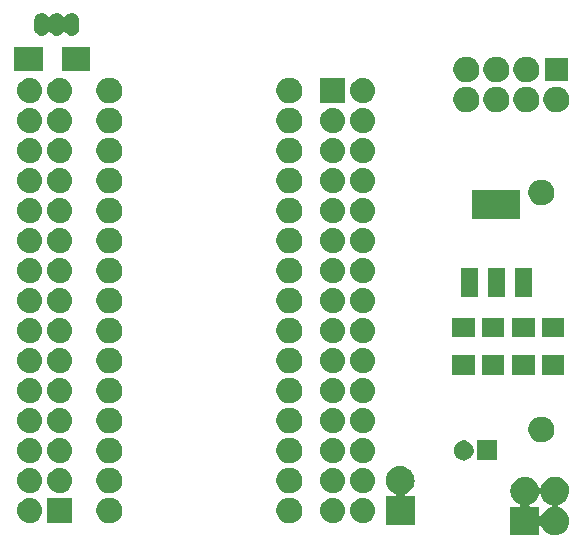
<source format=gts>
G04 #@! TF.FileFunction,Soldermask,Top*
%FSLAX46Y46*%
G04 Gerber Fmt 4.6, Leading zero omitted, Abs format (unit mm)*
G04 Created by KiCad (PCBNEW 4.0.2-stable) date 23-Jul-16 5:25:39 PM*
%MOMM*%
G01*
G04 APERTURE LIST*
%ADD10C,0.100000*%
G04 APERTURE END LIST*
D10*
G36*
X178816722Y-127943806D02*
X179050325Y-127991757D01*
X179270159Y-128084167D01*
X179467863Y-128217520D01*
X179635896Y-128386730D01*
X179767862Y-128585356D01*
X179858738Y-128805836D01*
X179904920Y-129039075D01*
X179904920Y-129039097D01*
X179905052Y-129039765D01*
X179901249Y-129312143D01*
X179901098Y-129312806D01*
X179901098Y-129312830D01*
X179848421Y-129544685D01*
X179751423Y-129762547D01*
X179613965Y-129957405D01*
X179441271Y-130121860D01*
X179239918Y-130249642D01*
X179009286Y-130339098D01*
X178994222Y-130344020D01*
X178970967Y-130359864D01*
X178953047Y-130381560D01*
X178941881Y-130407389D01*
X178938353Y-130435306D01*
X178942742Y-130463101D01*
X178954701Y-130488572D01*
X178973282Y-130509704D01*
X179006651Y-130528272D01*
X179173917Y-130581331D01*
X179381884Y-130695662D01*
X179563683Y-130848209D01*
X179712389Y-131033163D01*
X179822340Y-131243478D01*
X179889345Y-131471144D01*
X179889351Y-131471205D01*
X179889359Y-131471234D01*
X179910859Y-131707484D01*
X179886062Y-131943413D01*
X179886056Y-131943431D01*
X179886048Y-131943511D01*
X179815870Y-132170219D01*
X179702994Y-132378979D01*
X179551719Y-132561838D01*
X179367808Y-132711832D01*
X179158266Y-132823248D01*
X178931073Y-132891841D01*
X178694884Y-132915000D01*
X178683042Y-132915000D01*
X178670194Y-132914910D01*
X178670189Y-132914909D01*
X178666138Y-132914881D01*
X178430295Y-132888427D01*
X178204083Y-132816669D01*
X177996116Y-132702338D01*
X177814317Y-132549791D01*
X177665611Y-132364837D01*
X177555660Y-132154522D01*
X177555589Y-132154282D01*
X177553620Y-132150515D01*
X177537205Y-132127660D01*
X177515072Y-132110283D01*
X177488974Y-132099760D01*
X177460978Y-132096925D01*
X177433301Y-132102001D01*
X177408133Y-132114587D01*
X177387468Y-132133687D01*
X177372943Y-132157787D01*
X177365000Y-132196844D01*
X177365000Y-132915000D01*
X174933000Y-132915000D01*
X174933000Y-130483000D01*
X175669655Y-130483000D01*
X175697514Y-130479041D01*
X175723168Y-130467477D01*
X175744584Y-130449224D01*
X175760067Y-130425728D01*
X175768391Y-130398848D01*
X175768435Y-130396366D01*
X176533585Y-130396366D01*
X176541233Y-130423446D01*
X176556121Y-130447324D01*
X176577073Y-130466108D01*
X176602428Y-130478312D01*
X176632688Y-130483000D01*
X177365000Y-130483000D01*
X177365000Y-131203437D01*
X177368959Y-131231296D01*
X177380523Y-131256950D01*
X177398776Y-131278366D01*
X177422272Y-131293849D01*
X177449152Y-131302173D01*
X177477287Y-131302679D01*
X177504449Y-131295327D01*
X177528487Y-131280699D01*
X177547498Y-131259953D01*
X177560483Y-131233100D01*
X177562130Y-131227781D01*
X177675006Y-131019021D01*
X177826281Y-130836162D01*
X178010192Y-130686168D01*
X178219734Y-130574752D01*
X178379846Y-130526412D01*
X178403201Y-130515577D01*
X178424417Y-130497092D01*
X178439644Y-130473428D01*
X178447675Y-130446459D01*
X178447875Y-130418321D01*
X178440227Y-130391241D01*
X178425338Y-130367363D01*
X178404387Y-130348579D01*
X178370245Y-130334020D01*
X178311416Y-130321086D01*
X178092890Y-130225614D01*
X177897071Y-130089516D01*
X177731415Y-129917974D01*
X177602232Y-129717522D01*
X177513518Y-129493455D01*
X177505697Y-129470065D01*
X177489693Y-129446920D01*
X177467874Y-129429151D01*
X177441969Y-129418163D01*
X177414028Y-129414828D01*
X177386264Y-129419409D01*
X177360875Y-129431543D01*
X177339873Y-129450270D01*
X177320772Y-129485164D01*
X177275870Y-129630219D01*
X177162994Y-129838979D01*
X177011719Y-130021838D01*
X176827808Y-130171832D01*
X176618266Y-130283248D01*
X176601612Y-130288276D01*
X176578259Y-130299110D01*
X176557043Y-130317595D01*
X176541816Y-130341259D01*
X176533785Y-130368228D01*
X176533585Y-130396366D01*
X175768435Y-130396366D01*
X175768897Y-130370713D01*
X175761545Y-130343551D01*
X175746917Y-130319513D01*
X175726171Y-130300502D01*
X175701926Y-130288673D01*
X175664083Y-130276669D01*
X175456116Y-130162338D01*
X175274317Y-130009791D01*
X175125611Y-129824837D01*
X175015660Y-129614522D01*
X174948655Y-129386856D01*
X174948649Y-129386795D01*
X174948641Y-129386766D01*
X174927141Y-129150516D01*
X174951938Y-128914587D01*
X174951944Y-128914569D01*
X174951952Y-128914489D01*
X175022130Y-128687781D01*
X175135006Y-128479021D01*
X175286281Y-128296162D01*
X175470192Y-128146168D01*
X175679734Y-128034752D01*
X175906927Y-127966159D01*
X176143116Y-127943000D01*
X176154958Y-127943000D01*
X176167806Y-127943090D01*
X176167811Y-127943091D01*
X176171862Y-127943119D01*
X176407705Y-127969573D01*
X176633917Y-128041331D01*
X176841884Y-128155662D01*
X177023683Y-128308209D01*
X177172389Y-128493163D01*
X177282340Y-128703478D01*
X177321912Y-128837933D01*
X177333537Y-128863458D01*
X177351874Y-128884803D01*
X177375430Y-128900194D01*
X177402343Y-128908413D01*
X177430479Y-128908810D01*
X177457612Y-128901352D01*
X177481593Y-128886630D01*
X177500523Y-128865810D01*
X177515620Y-128830408D01*
X177524307Y-128789538D01*
X177618252Y-128570348D01*
X177752980Y-128373584D01*
X177923357Y-128206738D01*
X178122906Y-128076157D01*
X178344008Y-127986826D01*
X178578256Y-127942140D01*
X178816722Y-127943806D01*
X178816722Y-127943806D01*
G37*
G36*
X165626806Y-127054090D02*
X165626811Y-127054091D01*
X165630862Y-127054119D01*
X165866705Y-127080573D01*
X166092917Y-127152331D01*
X166300884Y-127266662D01*
X166482683Y-127419209D01*
X166631389Y-127604163D01*
X166741340Y-127814478D01*
X166808345Y-128042144D01*
X166808351Y-128042205D01*
X166808359Y-128042234D01*
X166829859Y-128278484D01*
X166805062Y-128514413D01*
X166805056Y-128514431D01*
X166805048Y-128514511D01*
X166734870Y-128741219D01*
X166621994Y-128949979D01*
X166470719Y-129132838D01*
X166286808Y-129282832D01*
X166077266Y-129394248D01*
X166060612Y-129399276D01*
X166037259Y-129410110D01*
X166016043Y-129428595D01*
X166000816Y-129452259D01*
X165992785Y-129479228D01*
X165992585Y-129507366D01*
X166000233Y-129534446D01*
X166015121Y-129558324D01*
X166036073Y-129577108D01*
X166061428Y-129589312D01*
X166091688Y-129594000D01*
X166824000Y-129594000D01*
X166824000Y-132026000D01*
X164392000Y-132026000D01*
X164392000Y-129594000D01*
X165128655Y-129594000D01*
X165156514Y-129590041D01*
X165182168Y-129578477D01*
X165203584Y-129560224D01*
X165219067Y-129536728D01*
X165227391Y-129509848D01*
X165227897Y-129481713D01*
X165220545Y-129454551D01*
X165205917Y-129430513D01*
X165185171Y-129411502D01*
X165160926Y-129399673D01*
X165123083Y-129387669D01*
X164915116Y-129273338D01*
X164733317Y-129120791D01*
X164584611Y-128935837D01*
X164474660Y-128725522D01*
X164407655Y-128497856D01*
X164407649Y-128497795D01*
X164407641Y-128497766D01*
X164386141Y-128261516D01*
X164410938Y-128025587D01*
X164410944Y-128025569D01*
X164410952Y-128025489D01*
X164481130Y-127798781D01*
X164594006Y-127590021D01*
X164745281Y-127407162D01*
X164929192Y-127257168D01*
X165138734Y-127145752D01*
X165365927Y-127077159D01*
X165602116Y-127054000D01*
X165613958Y-127054000D01*
X165626806Y-127054090D01*
X165626806Y-127054090D01*
G37*
G36*
X141084383Y-129721722D02*
X141293588Y-129764665D01*
X141490462Y-129847423D01*
X141667518Y-129966849D01*
X141818001Y-130118386D01*
X141936184Y-130296267D01*
X142017570Y-130493723D01*
X142058914Y-130702526D01*
X142058914Y-130702550D01*
X142059046Y-130703218D01*
X142055640Y-130947148D01*
X142055489Y-130947811D01*
X142055489Y-130947835D01*
X142008329Y-131155407D01*
X141921464Y-131350511D01*
X141798361Y-131525019D01*
X141643703Y-131672298D01*
X141463379Y-131786735D01*
X141264276Y-131863962D01*
X141053949Y-131901049D01*
X140840434Y-131896576D01*
X140631851Y-131850716D01*
X140436148Y-131765216D01*
X140260781Y-131643332D01*
X140112426Y-131489706D01*
X139996735Y-131310189D01*
X139918117Y-131111622D01*
X139879564Y-130901565D01*
X139882546Y-130688025D01*
X139926949Y-130479126D01*
X140011082Y-130282827D01*
X140131739Y-130106614D01*
X140284321Y-129957194D01*
X140463030Y-129840250D01*
X140661039Y-129760249D01*
X140870822Y-129720230D01*
X141084383Y-129721722D01*
X141084383Y-129721722D01*
G37*
G36*
X156324383Y-129721722D02*
X156533588Y-129764665D01*
X156730462Y-129847423D01*
X156907518Y-129966849D01*
X157058001Y-130118386D01*
X157176184Y-130296267D01*
X157257570Y-130493723D01*
X157298914Y-130702526D01*
X157298914Y-130702550D01*
X157299046Y-130703218D01*
X157295640Y-130947148D01*
X157295489Y-130947811D01*
X157295489Y-130947835D01*
X157248329Y-131155407D01*
X157161464Y-131350511D01*
X157038361Y-131525019D01*
X156883703Y-131672298D01*
X156703379Y-131786735D01*
X156504276Y-131863962D01*
X156293949Y-131901049D01*
X156080434Y-131896576D01*
X155871851Y-131850716D01*
X155676148Y-131765216D01*
X155500781Y-131643332D01*
X155352426Y-131489706D01*
X155236735Y-131310189D01*
X155158117Y-131111622D01*
X155119564Y-130901565D01*
X155122546Y-130688025D01*
X155166949Y-130479126D01*
X155251082Y-130282827D01*
X155371739Y-130106614D01*
X155524321Y-129957194D01*
X155703030Y-129840250D01*
X155901039Y-129760249D01*
X156110822Y-129720230D01*
X156324383Y-129721722D01*
X156324383Y-129721722D01*
G37*
G36*
X137842600Y-131873600D02*
X135715400Y-131873600D01*
X135715400Y-129746400D01*
X137842600Y-129746400D01*
X137842600Y-131873600D01*
X137842600Y-131873600D01*
G37*
G36*
X162448940Y-129746475D02*
X162448946Y-129746476D01*
X162452996Y-129746504D01*
X162659281Y-129769642D01*
X162857143Y-129832408D01*
X163039045Y-129932409D01*
X163198059Y-130065838D01*
X163328129Y-130227612D01*
X163424299Y-130411568D01*
X163482907Y-130610701D01*
X163482913Y-130610767D01*
X163482920Y-130610791D01*
X163501725Y-130817421D01*
X163480037Y-131023768D01*
X163480030Y-131023791D01*
X163480022Y-131023866D01*
X163418640Y-131222162D01*
X163319910Y-131404758D01*
X163187595Y-131564699D01*
X163026733Y-131695895D01*
X162843452Y-131793347D01*
X162644734Y-131853344D01*
X162438146Y-131873600D01*
X162427778Y-131873600D01*
X162417060Y-131873525D01*
X162417054Y-131873524D01*
X162413004Y-131873496D01*
X162206719Y-131850358D01*
X162008857Y-131787592D01*
X161826955Y-131687591D01*
X161667941Y-131554162D01*
X161537871Y-131392388D01*
X161441701Y-131208432D01*
X161383093Y-131009299D01*
X161383087Y-131009233D01*
X161383080Y-131009209D01*
X161364275Y-130802579D01*
X161385963Y-130596232D01*
X161385970Y-130596209D01*
X161385978Y-130596134D01*
X161447360Y-130397838D01*
X161546090Y-130215242D01*
X161678405Y-130055301D01*
X161839267Y-129924105D01*
X162022548Y-129826653D01*
X162221266Y-129766656D01*
X162427854Y-129746400D01*
X162438222Y-129746400D01*
X162448940Y-129746475D01*
X162448940Y-129746475D01*
G37*
G36*
X159908940Y-129746475D02*
X159908946Y-129746476D01*
X159912996Y-129746504D01*
X160119281Y-129769642D01*
X160317143Y-129832408D01*
X160499045Y-129932409D01*
X160658059Y-130065838D01*
X160788129Y-130227612D01*
X160884299Y-130411568D01*
X160942907Y-130610701D01*
X160942913Y-130610767D01*
X160942920Y-130610791D01*
X160961725Y-130817421D01*
X160940037Y-131023768D01*
X160940030Y-131023791D01*
X160940022Y-131023866D01*
X160878640Y-131222162D01*
X160779910Y-131404758D01*
X160647595Y-131564699D01*
X160486733Y-131695895D01*
X160303452Y-131793347D01*
X160104734Y-131853344D01*
X159898146Y-131873600D01*
X159887778Y-131873600D01*
X159877060Y-131873525D01*
X159877054Y-131873524D01*
X159873004Y-131873496D01*
X159666719Y-131850358D01*
X159468857Y-131787592D01*
X159286955Y-131687591D01*
X159127941Y-131554162D01*
X158997871Y-131392388D01*
X158901701Y-131208432D01*
X158843093Y-131009299D01*
X158843087Y-131009233D01*
X158843080Y-131009209D01*
X158824275Y-130802579D01*
X158845963Y-130596232D01*
X158845970Y-130596209D01*
X158845978Y-130596134D01*
X158907360Y-130397838D01*
X159006090Y-130215242D01*
X159138405Y-130055301D01*
X159299267Y-129924105D01*
X159482548Y-129826653D01*
X159681266Y-129766656D01*
X159887854Y-129746400D01*
X159898222Y-129746400D01*
X159908940Y-129746475D01*
X159908940Y-129746475D01*
G37*
G36*
X134254940Y-129746475D02*
X134254946Y-129746476D01*
X134258996Y-129746504D01*
X134465281Y-129769642D01*
X134663143Y-129832408D01*
X134845045Y-129932409D01*
X135004059Y-130065838D01*
X135134129Y-130227612D01*
X135230299Y-130411568D01*
X135288907Y-130610701D01*
X135288913Y-130610767D01*
X135288920Y-130610791D01*
X135307725Y-130817421D01*
X135286037Y-131023768D01*
X135286030Y-131023791D01*
X135286022Y-131023866D01*
X135224640Y-131222162D01*
X135125910Y-131404758D01*
X134993595Y-131564699D01*
X134832733Y-131695895D01*
X134649452Y-131793347D01*
X134450734Y-131853344D01*
X134244146Y-131873600D01*
X134233778Y-131873600D01*
X134223060Y-131873525D01*
X134223054Y-131873524D01*
X134219004Y-131873496D01*
X134012719Y-131850358D01*
X133814857Y-131787592D01*
X133632955Y-131687591D01*
X133473941Y-131554162D01*
X133343871Y-131392388D01*
X133247701Y-131208432D01*
X133189093Y-131009299D01*
X133189087Y-131009233D01*
X133189080Y-131009209D01*
X133170275Y-130802579D01*
X133191963Y-130596232D01*
X133191970Y-130596209D01*
X133191978Y-130596134D01*
X133253360Y-130397838D01*
X133352090Y-130215242D01*
X133484405Y-130055301D01*
X133645267Y-129924105D01*
X133828548Y-129826653D01*
X134027266Y-129766656D01*
X134233854Y-129746400D01*
X134244222Y-129746400D01*
X134254940Y-129746475D01*
X134254940Y-129746475D01*
G37*
G36*
X141084383Y-127181722D02*
X141293588Y-127224665D01*
X141490462Y-127307423D01*
X141667518Y-127426849D01*
X141818001Y-127578386D01*
X141936184Y-127756267D01*
X142017570Y-127953723D01*
X142058914Y-128162526D01*
X142058914Y-128162550D01*
X142059046Y-128163218D01*
X142055640Y-128407148D01*
X142055489Y-128407811D01*
X142055489Y-128407835D01*
X142008329Y-128615407D01*
X141921464Y-128810511D01*
X141798361Y-128985019D01*
X141643703Y-129132298D01*
X141463379Y-129246735D01*
X141264276Y-129323962D01*
X141053949Y-129361049D01*
X140840434Y-129356576D01*
X140631851Y-129310716D01*
X140436148Y-129225216D01*
X140260781Y-129103332D01*
X140112426Y-128949706D01*
X139996735Y-128770189D01*
X139918117Y-128571622D01*
X139879564Y-128361565D01*
X139882546Y-128148025D01*
X139926949Y-127939126D01*
X140011082Y-127742827D01*
X140131739Y-127566614D01*
X140284321Y-127417194D01*
X140463030Y-127300250D01*
X140661039Y-127220249D01*
X140870822Y-127180230D01*
X141084383Y-127181722D01*
X141084383Y-127181722D01*
G37*
G36*
X156324383Y-127181722D02*
X156533588Y-127224665D01*
X156730462Y-127307423D01*
X156907518Y-127426849D01*
X157058001Y-127578386D01*
X157176184Y-127756267D01*
X157257570Y-127953723D01*
X157298914Y-128162526D01*
X157298914Y-128162550D01*
X157299046Y-128163218D01*
X157295640Y-128407148D01*
X157295489Y-128407811D01*
X157295489Y-128407835D01*
X157248329Y-128615407D01*
X157161464Y-128810511D01*
X157038361Y-128985019D01*
X156883703Y-129132298D01*
X156703379Y-129246735D01*
X156504276Y-129323962D01*
X156293949Y-129361049D01*
X156080434Y-129356576D01*
X155871851Y-129310716D01*
X155676148Y-129225216D01*
X155500781Y-129103332D01*
X155352426Y-128949706D01*
X155236735Y-128770189D01*
X155158117Y-128571622D01*
X155119564Y-128361565D01*
X155122546Y-128148025D01*
X155166949Y-127939126D01*
X155251082Y-127742827D01*
X155371739Y-127566614D01*
X155524321Y-127417194D01*
X155703030Y-127300250D01*
X155901039Y-127220249D01*
X156110822Y-127180230D01*
X156324383Y-127181722D01*
X156324383Y-127181722D01*
G37*
G36*
X134254940Y-127206475D02*
X134254946Y-127206476D01*
X134258996Y-127206504D01*
X134465281Y-127229642D01*
X134663143Y-127292408D01*
X134845045Y-127392409D01*
X135004059Y-127525838D01*
X135134129Y-127687612D01*
X135230299Y-127871568D01*
X135288907Y-128070701D01*
X135288913Y-128070767D01*
X135288920Y-128070791D01*
X135307725Y-128277421D01*
X135286037Y-128483768D01*
X135286030Y-128483791D01*
X135286022Y-128483866D01*
X135224640Y-128682162D01*
X135125910Y-128864758D01*
X134993595Y-129024699D01*
X134832733Y-129155895D01*
X134649452Y-129253347D01*
X134450734Y-129313344D01*
X134244146Y-129333600D01*
X134233778Y-129333600D01*
X134223060Y-129333525D01*
X134223054Y-129333524D01*
X134219004Y-129333496D01*
X134012719Y-129310358D01*
X133814857Y-129247592D01*
X133632955Y-129147591D01*
X133473941Y-129014162D01*
X133343871Y-128852388D01*
X133247701Y-128668432D01*
X133189093Y-128469299D01*
X133189087Y-128469233D01*
X133189080Y-128469209D01*
X133170275Y-128262579D01*
X133191963Y-128056232D01*
X133191970Y-128056209D01*
X133191978Y-128056134D01*
X133253360Y-127857838D01*
X133352090Y-127675242D01*
X133484405Y-127515301D01*
X133645267Y-127384105D01*
X133828548Y-127286653D01*
X134027266Y-127226656D01*
X134233854Y-127206400D01*
X134244222Y-127206400D01*
X134254940Y-127206475D01*
X134254940Y-127206475D01*
G37*
G36*
X162448940Y-127206475D02*
X162448946Y-127206476D01*
X162452996Y-127206504D01*
X162659281Y-127229642D01*
X162857143Y-127292408D01*
X163039045Y-127392409D01*
X163198059Y-127525838D01*
X163328129Y-127687612D01*
X163424299Y-127871568D01*
X163482907Y-128070701D01*
X163482913Y-128070767D01*
X163482920Y-128070791D01*
X163501725Y-128277421D01*
X163480037Y-128483768D01*
X163480030Y-128483791D01*
X163480022Y-128483866D01*
X163418640Y-128682162D01*
X163319910Y-128864758D01*
X163187595Y-129024699D01*
X163026733Y-129155895D01*
X162843452Y-129253347D01*
X162644734Y-129313344D01*
X162438146Y-129333600D01*
X162427778Y-129333600D01*
X162417060Y-129333525D01*
X162417054Y-129333524D01*
X162413004Y-129333496D01*
X162206719Y-129310358D01*
X162008857Y-129247592D01*
X161826955Y-129147591D01*
X161667941Y-129014162D01*
X161537871Y-128852388D01*
X161441701Y-128668432D01*
X161383093Y-128469299D01*
X161383087Y-128469233D01*
X161383080Y-128469209D01*
X161364275Y-128262579D01*
X161385963Y-128056232D01*
X161385970Y-128056209D01*
X161385978Y-128056134D01*
X161447360Y-127857838D01*
X161546090Y-127675242D01*
X161678405Y-127515301D01*
X161839267Y-127384105D01*
X162022548Y-127286653D01*
X162221266Y-127226656D01*
X162427854Y-127206400D01*
X162438222Y-127206400D01*
X162448940Y-127206475D01*
X162448940Y-127206475D01*
G37*
G36*
X159908940Y-127206475D02*
X159908946Y-127206476D01*
X159912996Y-127206504D01*
X160119281Y-127229642D01*
X160317143Y-127292408D01*
X160499045Y-127392409D01*
X160658059Y-127525838D01*
X160788129Y-127687612D01*
X160884299Y-127871568D01*
X160942907Y-128070701D01*
X160942913Y-128070767D01*
X160942920Y-128070791D01*
X160961725Y-128277421D01*
X160940037Y-128483768D01*
X160940030Y-128483791D01*
X160940022Y-128483866D01*
X160878640Y-128682162D01*
X160779910Y-128864758D01*
X160647595Y-129024699D01*
X160486733Y-129155895D01*
X160303452Y-129253347D01*
X160104734Y-129313344D01*
X159898146Y-129333600D01*
X159887778Y-129333600D01*
X159877060Y-129333525D01*
X159877054Y-129333524D01*
X159873004Y-129333496D01*
X159666719Y-129310358D01*
X159468857Y-129247592D01*
X159286955Y-129147591D01*
X159127941Y-129014162D01*
X158997871Y-128852388D01*
X158901701Y-128668432D01*
X158843093Y-128469299D01*
X158843087Y-128469233D01*
X158843080Y-128469209D01*
X158824275Y-128262579D01*
X158845963Y-128056232D01*
X158845970Y-128056209D01*
X158845978Y-128056134D01*
X158907360Y-127857838D01*
X159006090Y-127675242D01*
X159138405Y-127515301D01*
X159299267Y-127384105D01*
X159482548Y-127286653D01*
X159681266Y-127226656D01*
X159887854Y-127206400D01*
X159898222Y-127206400D01*
X159908940Y-127206475D01*
X159908940Y-127206475D01*
G37*
G36*
X136794940Y-127206475D02*
X136794946Y-127206476D01*
X136798996Y-127206504D01*
X137005281Y-127229642D01*
X137203143Y-127292408D01*
X137385045Y-127392409D01*
X137544059Y-127525838D01*
X137674129Y-127687612D01*
X137770299Y-127871568D01*
X137828907Y-128070701D01*
X137828913Y-128070767D01*
X137828920Y-128070791D01*
X137847725Y-128277421D01*
X137826037Y-128483768D01*
X137826030Y-128483791D01*
X137826022Y-128483866D01*
X137764640Y-128682162D01*
X137665910Y-128864758D01*
X137533595Y-129024699D01*
X137372733Y-129155895D01*
X137189452Y-129253347D01*
X136990734Y-129313344D01*
X136784146Y-129333600D01*
X136773778Y-129333600D01*
X136763060Y-129333525D01*
X136763054Y-129333524D01*
X136759004Y-129333496D01*
X136552719Y-129310358D01*
X136354857Y-129247592D01*
X136172955Y-129147591D01*
X136013941Y-129014162D01*
X135883871Y-128852388D01*
X135787701Y-128668432D01*
X135729093Y-128469299D01*
X135729087Y-128469233D01*
X135729080Y-128469209D01*
X135710275Y-128262579D01*
X135731963Y-128056232D01*
X135731970Y-128056209D01*
X135731978Y-128056134D01*
X135793360Y-127857838D01*
X135892090Y-127675242D01*
X136024405Y-127515301D01*
X136185267Y-127384105D01*
X136368548Y-127286653D01*
X136567266Y-127226656D01*
X136773854Y-127206400D01*
X136784222Y-127206400D01*
X136794940Y-127206475D01*
X136794940Y-127206475D01*
G37*
G36*
X156324383Y-124641722D02*
X156533588Y-124684665D01*
X156730462Y-124767423D01*
X156907518Y-124886849D01*
X157058001Y-125038386D01*
X157176184Y-125216267D01*
X157257570Y-125413723D01*
X157298914Y-125622526D01*
X157298914Y-125622550D01*
X157299046Y-125623218D01*
X157295640Y-125867148D01*
X157295489Y-125867811D01*
X157295489Y-125867835D01*
X157248329Y-126075407D01*
X157161464Y-126270511D01*
X157038361Y-126445019D01*
X156883703Y-126592298D01*
X156703379Y-126706735D01*
X156504276Y-126783962D01*
X156293949Y-126821049D01*
X156080434Y-126816576D01*
X155871851Y-126770716D01*
X155676148Y-126685216D01*
X155500781Y-126563332D01*
X155352426Y-126409706D01*
X155236735Y-126230189D01*
X155158117Y-126031622D01*
X155119564Y-125821565D01*
X155122546Y-125608025D01*
X155166949Y-125399126D01*
X155251082Y-125202827D01*
X155371739Y-125026614D01*
X155524321Y-124877194D01*
X155703030Y-124760250D01*
X155901039Y-124680249D01*
X156110822Y-124640230D01*
X156324383Y-124641722D01*
X156324383Y-124641722D01*
G37*
G36*
X141084383Y-124641722D02*
X141293588Y-124684665D01*
X141490462Y-124767423D01*
X141667518Y-124886849D01*
X141818001Y-125038386D01*
X141936184Y-125216267D01*
X142017570Y-125413723D01*
X142058914Y-125622526D01*
X142058914Y-125622550D01*
X142059046Y-125623218D01*
X142055640Y-125867148D01*
X142055489Y-125867811D01*
X142055489Y-125867835D01*
X142008329Y-126075407D01*
X141921464Y-126270511D01*
X141798361Y-126445019D01*
X141643703Y-126592298D01*
X141463379Y-126706735D01*
X141264276Y-126783962D01*
X141053949Y-126821049D01*
X140840434Y-126816576D01*
X140631851Y-126770716D01*
X140436148Y-126685216D01*
X140260781Y-126563332D01*
X140112426Y-126409706D01*
X139996735Y-126230189D01*
X139918117Y-126031622D01*
X139879564Y-125821565D01*
X139882546Y-125608025D01*
X139926949Y-125399126D01*
X140011082Y-125202827D01*
X140131739Y-125026614D01*
X140284321Y-124877194D01*
X140463030Y-124760250D01*
X140661039Y-124680249D01*
X140870822Y-124640230D01*
X141084383Y-124641722D01*
X141084383Y-124641722D01*
G37*
G36*
X134254940Y-124666475D02*
X134254946Y-124666476D01*
X134258996Y-124666504D01*
X134465281Y-124689642D01*
X134663143Y-124752408D01*
X134845045Y-124852409D01*
X135004059Y-124985838D01*
X135134129Y-125147612D01*
X135230299Y-125331568D01*
X135288907Y-125530701D01*
X135288913Y-125530767D01*
X135288920Y-125530791D01*
X135307725Y-125737421D01*
X135286037Y-125943768D01*
X135286030Y-125943791D01*
X135286022Y-125943866D01*
X135224640Y-126142162D01*
X135125910Y-126324758D01*
X134993595Y-126484699D01*
X134832733Y-126615895D01*
X134649452Y-126713347D01*
X134450734Y-126773344D01*
X134244146Y-126793600D01*
X134233778Y-126793600D01*
X134223060Y-126793525D01*
X134223054Y-126793524D01*
X134219004Y-126793496D01*
X134012719Y-126770358D01*
X133814857Y-126707592D01*
X133632955Y-126607591D01*
X133473941Y-126474162D01*
X133343871Y-126312388D01*
X133247701Y-126128432D01*
X133189093Y-125929299D01*
X133189087Y-125929233D01*
X133189080Y-125929209D01*
X133170275Y-125722579D01*
X133191963Y-125516232D01*
X133191970Y-125516209D01*
X133191978Y-125516134D01*
X133253360Y-125317838D01*
X133352090Y-125135242D01*
X133484405Y-124975301D01*
X133645267Y-124844105D01*
X133828548Y-124746653D01*
X134027266Y-124686656D01*
X134233854Y-124666400D01*
X134244222Y-124666400D01*
X134254940Y-124666475D01*
X134254940Y-124666475D01*
G37*
G36*
X136794940Y-124666475D02*
X136794946Y-124666476D01*
X136798996Y-124666504D01*
X137005281Y-124689642D01*
X137203143Y-124752408D01*
X137385045Y-124852409D01*
X137544059Y-124985838D01*
X137674129Y-125147612D01*
X137770299Y-125331568D01*
X137828907Y-125530701D01*
X137828913Y-125530767D01*
X137828920Y-125530791D01*
X137847725Y-125737421D01*
X137826037Y-125943768D01*
X137826030Y-125943791D01*
X137826022Y-125943866D01*
X137764640Y-126142162D01*
X137665910Y-126324758D01*
X137533595Y-126484699D01*
X137372733Y-126615895D01*
X137189452Y-126713347D01*
X136990734Y-126773344D01*
X136784146Y-126793600D01*
X136773778Y-126793600D01*
X136763060Y-126793525D01*
X136763054Y-126793524D01*
X136759004Y-126793496D01*
X136552719Y-126770358D01*
X136354857Y-126707592D01*
X136172955Y-126607591D01*
X136013941Y-126474162D01*
X135883871Y-126312388D01*
X135787701Y-126128432D01*
X135729093Y-125929299D01*
X135729087Y-125929233D01*
X135729080Y-125929209D01*
X135710275Y-125722579D01*
X135731963Y-125516232D01*
X135731970Y-125516209D01*
X135731978Y-125516134D01*
X135793360Y-125317838D01*
X135892090Y-125135242D01*
X136024405Y-124975301D01*
X136185267Y-124844105D01*
X136368548Y-124746653D01*
X136567266Y-124686656D01*
X136773854Y-124666400D01*
X136784222Y-124666400D01*
X136794940Y-124666475D01*
X136794940Y-124666475D01*
G37*
G36*
X162448940Y-124666475D02*
X162448946Y-124666476D01*
X162452996Y-124666504D01*
X162659281Y-124689642D01*
X162857143Y-124752408D01*
X163039045Y-124852409D01*
X163198059Y-124985838D01*
X163328129Y-125147612D01*
X163424299Y-125331568D01*
X163482907Y-125530701D01*
X163482913Y-125530767D01*
X163482920Y-125530791D01*
X163501725Y-125737421D01*
X163480037Y-125943768D01*
X163480030Y-125943791D01*
X163480022Y-125943866D01*
X163418640Y-126142162D01*
X163319910Y-126324758D01*
X163187595Y-126484699D01*
X163026733Y-126615895D01*
X162843452Y-126713347D01*
X162644734Y-126773344D01*
X162438146Y-126793600D01*
X162427778Y-126793600D01*
X162417060Y-126793525D01*
X162417054Y-126793524D01*
X162413004Y-126793496D01*
X162206719Y-126770358D01*
X162008857Y-126707592D01*
X161826955Y-126607591D01*
X161667941Y-126474162D01*
X161537871Y-126312388D01*
X161441701Y-126128432D01*
X161383093Y-125929299D01*
X161383087Y-125929233D01*
X161383080Y-125929209D01*
X161364275Y-125722579D01*
X161385963Y-125516232D01*
X161385970Y-125516209D01*
X161385978Y-125516134D01*
X161447360Y-125317838D01*
X161546090Y-125135242D01*
X161678405Y-124975301D01*
X161839267Y-124844105D01*
X162022548Y-124746653D01*
X162221266Y-124686656D01*
X162427854Y-124666400D01*
X162438222Y-124666400D01*
X162448940Y-124666475D01*
X162448940Y-124666475D01*
G37*
G36*
X159908940Y-124666475D02*
X159908946Y-124666476D01*
X159912996Y-124666504D01*
X160119281Y-124689642D01*
X160317143Y-124752408D01*
X160499045Y-124852409D01*
X160658059Y-124985838D01*
X160788129Y-125147612D01*
X160884299Y-125331568D01*
X160942907Y-125530701D01*
X160942913Y-125530767D01*
X160942920Y-125530791D01*
X160961725Y-125737421D01*
X160940037Y-125943768D01*
X160940030Y-125943791D01*
X160940022Y-125943866D01*
X160878640Y-126142162D01*
X160779910Y-126324758D01*
X160647595Y-126484699D01*
X160486733Y-126615895D01*
X160303452Y-126713347D01*
X160104734Y-126773344D01*
X159898146Y-126793600D01*
X159887778Y-126793600D01*
X159877060Y-126793525D01*
X159877054Y-126793524D01*
X159873004Y-126793496D01*
X159666719Y-126770358D01*
X159468857Y-126707592D01*
X159286955Y-126607591D01*
X159127941Y-126474162D01*
X158997871Y-126312388D01*
X158901701Y-126128432D01*
X158843093Y-125929299D01*
X158843087Y-125929233D01*
X158843080Y-125929209D01*
X158824275Y-125722579D01*
X158845963Y-125516232D01*
X158845970Y-125516209D01*
X158845978Y-125516134D01*
X158907360Y-125317838D01*
X159006090Y-125135242D01*
X159138405Y-124975301D01*
X159299267Y-124844105D01*
X159482548Y-124746653D01*
X159681266Y-124686656D01*
X159887854Y-124666400D01*
X159898222Y-124666400D01*
X159908940Y-124666475D01*
X159908940Y-124666475D01*
G37*
G36*
X171063285Y-124880562D02*
X171226568Y-124914079D01*
X171380238Y-124978676D01*
X171518437Y-125071892D01*
X171635894Y-125190172D01*
X171728139Y-125329014D01*
X171791662Y-125483132D01*
X171823904Y-125645965D01*
X171823904Y-125645980D01*
X171824037Y-125646653D01*
X171821378Y-125837049D01*
X171821227Y-125837712D01*
X171821227Y-125837736D01*
X171784451Y-125999604D01*
X171716652Y-126151881D01*
X171620561Y-126288099D01*
X171499847Y-126403054D01*
X171359101Y-126492374D01*
X171203693Y-126552653D01*
X171039526Y-126581601D01*
X170872868Y-126578109D01*
X170710063Y-126542315D01*
X170557311Y-126475579D01*
X170420431Y-126380444D01*
X170304635Y-126260534D01*
X170214332Y-126120411D01*
X170152969Y-125965428D01*
X170122878Y-125801471D01*
X170125205Y-125634795D01*
X170159863Y-125471742D01*
X170225532Y-125318523D01*
X170319709Y-125180983D01*
X170438804Y-125064356D01*
X170578293Y-124973077D01*
X170732845Y-124910634D01*
X170896588Y-124879398D01*
X171063285Y-124880562D01*
X171063285Y-124880562D01*
G37*
G36*
X173824000Y-126580000D02*
X172124000Y-126580000D01*
X172124000Y-124880000D01*
X173824000Y-124880000D01*
X173824000Y-126580000D01*
X173824000Y-126580000D01*
G37*
G36*
X177660383Y-122863722D02*
X177869588Y-122906665D01*
X178066462Y-122989423D01*
X178243518Y-123108849D01*
X178394001Y-123260386D01*
X178512184Y-123438267D01*
X178593570Y-123635723D01*
X178634914Y-123844526D01*
X178634914Y-123844550D01*
X178635046Y-123845218D01*
X178631640Y-124089148D01*
X178631489Y-124089811D01*
X178631489Y-124089835D01*
X178584329Y-124297407D01*
X178497464Y-124492511D01*
X178374361Y-124667019D01*
X178219703Y-124814298D01*
X178039379Y-124928735D01*
X177840276Y-125005962D01*
X177629949Y-125043049D01*
X177416434Y-125038576D01*
X177207851Y-124992716D01*
X177012148Y-124907216D01*
X176836781Y-124785332D01*
X176688426Y-124631706D01*
X176572735Y-124452189D01*
X176494117Y-124253622D01*
X176455564Y-124043565D01*
X176458546Y-123830025D01*
X176502949Y-123621126D01*
X176587082Y-123424827D01*
X176707739Y-123248614D01*
X176860321Y-123099194D01*
X177039030Y-122982250D01*
X177237039Y-122902249D01*
X177446822Y-122862230D01*
X177660383Y-122863722D01*
X177660383Y-122863722D01*
G37*
G36*
X141084383Y-122101722D02*
X141293588Y-122144665D01*
X141490462Y-122227423D01*
X141667518Y-122346849D01*
X141818001Y-122498386D01*
X141936184Y-122676267D01*
X142017570Y-122873723D01*
X142058914Y-123082526D01*
X142058914Y-123082550D01*
X142059046Y-123083218D01*
X142055640Y-123327148D01*
X142055489Y-123327811D01*
X142055489Y-123327835D01*
X142008329Y-123535407D01*
X141921464Y-123730511D01*
X141798361Y-123905019D01*
X141643703Y-124052298D01*
X141463379Y-124166735D01*
X141264276Y-124243962D01*
X141053949Y-124281049D01*
X140840434Y-124276576D01*
X140631851Y-124230716D01*
X140436148Y-124145216D01*
X140260781Y-124023332D01*
X140112426Y-123869706D01*
X139996735Y-123690189D01*
X139918117Y-123491622D01*
X139879564Y-123281565D01*
X139882546Y-123068025D01*
X139926949Y-122859126D01*
X140011082Y-122662827D01*
X140131739Y-122486614D01*
X140284321Y-122337194D01*
X140463030Y-122220250D01*
X140661039Y-122140249D01*
X140870822Y-122100230D01*
X141084383Y-122101722D01*
X141084383Y-122101722D01*
G37*
G36*
X156324383Y-122101722D02*
X156533588Y-122144665D01*
X156730462Y-122227423D01*
X156907518Y-122346849D01*
X157058001Y-122498386D01*
X157176184Y-122676267D01*
X157257570Y-122873723D01*
X157298914Y-123082526D01*
X157298914Y-123082550D01*
X157299046Y-123083218D01*
X157295640Y-123327148D01*
X157295489Y-123327811D01*
X157295489Y-123327835D01*
X157248329Y-123535407D01*
X157161464Y-123730511D01*
X157038361Y-123905019D01*
X156883703Y-124052298D01*
X156703379Y-124166735D01*
X156504276Y-124243962D01*
X156293949Y-124281049D01*
X156080434Y-124276576D01*
X155871851Y-124230716D01*
X155676148Y-124145216D01*
X155500781Y-124023332D01*
X155352426Y-123869706D01*
X155236735Y-123690189D01*
X155158117Y-123491622D01*
X155119564Y-123281565D01*
X155122546Y-123068025D01*
X155166949Y-122859126D01*
X155251082Y-122662827D01*
X155371739Y-122486614D01*
X155524321Y-122337194D01*
X155703030Y-122220250D01*
X155901039Y-122140249D01*
X156110822Y-122100230D01*
X156324383Y-122101722D01*
X156324383Y-122101722D01*
G37*
G36*
X162448940Y-122126475D02*
X162448946Y-122126476D01*
X162452996Y-122126504D01*
X162659281Y-122149642D01*
X162857143Y-122212408D01*
X163039045Y-122312409D01*
X163198059Y-122445838D01*
X163328129Y-122607612D01*
X163424299Y-122791568D01*
X163482907Y-122990701D01*
X163482913Y-122990767D01*
X163482920Y-122990791D01*
X163501725Y-123197421D01*
X163480037Y-123403768D01*
X163480030Y-123403791D01*
X163480022Y-123403866D01*
X163418640Y-123602162D01*
X163319910Y-123784758D01*
X163187595Y-123944699D01*
X163026733Y-124075895D01*
X162843452Y-124173347D01*
X162644734Y-124233344D01*
X162438146Y-124253600D01*
X162427778Y-124253600D01*
X162417060Y-124253525D01*
X162417054Y-124253524D01*
X162413004Y-124253496D01*
X162206719Y-124230358D01*
X162008857Y-124167592D01*
X161826955Y-124067591D01*
X161667941Y-123934162D01*
X161537871Y-123772388D01*
X161441701Y-123588432D01*
X161383093Y-123389299D01*
X161383087Y-123389233D01*
X161383080Y-123389209D01*
X161364275Y-123182579D01*
X161385963Y-122976232D01*
X161385970Y-122976209D01*
X161385978Y-122976134D01*
X161447360Y-122777838D01*
X161546090Y-122595242D01*
X161678405Y-122435301D01*
X161839267Y-122304105D01*
X162022548Y-122206653D01*
X162221266Y-122146656D01*
X162427854Y-122126400D01*
X162438222Y-122126400D01*
X162448940Y-122126475D01*
X162448940Y-122126475D01*
G37*
G36*
X159908940Y-122126475D02*
X159908946Y-122126476D01*
X159912996Y-122126504D01*
X160119281Y-122149642D01*
X160317143Y-122212408D01*
X160499045Y-122312409D01*
X160658059Y-122445838D01*
X160788129Y-122607612D01*
X160884299Y-122791568D01*
X160942907Y-122990701D01*
X160942913Y-122990767D01*
X160942920Y-122990791D01*
X160961725Y-123197421D01*
X160940037Y-123403768D01*
X160940030Y-123403791D01*
X160940022Y-123403866D01*
X160878640Y-123602162D01*
X160779910Y-123784758D01*
X160647595Y-123944699D01*
X160486733Y-124075895D01*
X160303452Y-124173347D01*
X160104734Y-124233344D01*
X159898146Y-124253600D01*
X159887778Y-124253600D01*
X159877060Y-124253525D01*
X159877054Y-124253524D01*
X159873004Y-124253496D01*
X159666719Y-124230358D01*
X159468857Y-124167592D01*
X159286955Y-124067591D01*
X159127941Y-123934162D01*
X158997871Y-123772388D01*
X158901701Y-123588432D01*
X158843093Y-123389299D01*
X158843087Y-123389233D01*
X158843080Y-123389209D01*
X158824275Y-123182579D01*
X158845963Y-122976232D01*
X158845970Y-122976209D01*
X158845978Y-122976134D01*
X158907360Y-122777838D01*
X159006090Y-122595242D01*
X159138405Y-122435301D01*
X159299267Y-122304105D01*
X159482548Y-122206653D01*
X159681266Y-122146656D01*
X159887854Y-122126400D01*
X159898222Y-122126400D01*
X159908940Y-122126475D01*
X159908940Y-122126475D01*
G37*
G36*
X136794940Y-122126475D02*
X136794946Y-122126476D01*
X136798996Y-122126504D01*
X137005281Y-122149642D01*
X137203143Y-122212408D01*
X137385045Y-122312409D01*
X137544059Y-122445838D01*
X137674129Y-122607612D01*
X137770299Y-122791568D01*
X137828907Y-122990701D01*
X137828913Y-122990767D01*
X137828920Y-122990791D01*
X137847725Y-123197421D01*
X137826037Y-123403768D01*
X137826030Y-123403791D01*
X137826022Y-123403866D01*
X137764640Y-123602162D01*
X137665910Y-123784758D01*
X137533595Y-123944699D01*
X137372733Y-124075895D01*
X137189452Y-124173347D01*
X136990734Y-124233344D01*
X136784146Y-124253600D01*
X136773778Y-124253600D01*
X136763060Y-124253525D01*
X136763054Y-124253524D01*
X136759004Y-124253496D01*
X136552719Y-124230358D01*
X136354857Y-124167592D01*
X136172955Y-124067591D01*
X136013941Y-123934162D01*
X135883871Y-123772388D01*
X135787701Y-123588432D01*
X135729093Y-123389299D01*
X135729087Y-123389233D01*
X135729080Y-123389209D01*
X135710275Y-123182579D01*
X135731963Y-122976232D01*
X135731970Y-122976209D01*
X135731978Y-122976134D01*
X135793360Y-122777838D01*
X135892090Y-122595242D01*
X136024405Y-122435301D01*
X136185267Y-122304105D01*
X136368548Y-122206653D01*
X136567266Y-122146656D01*
X136773854Y-122126400D01*
X136784222Y-122126400D01*
X136794940Y-122126475D01*
X136794940Y-122126475D01*
G37*
G36*
X134254940Y-122126475D02*
X134254946Y-122126476D01*
X134258996Y-122126504D01*
X134465281Y-122149642D01*
X134663143Y-122212408D01*
X134845045Y-122312409D01*
X135004059Y-122445838D01*
X135134129Y-122607612D01*
X135230299Y-122791568D01*
X135288907Y-122990701D01*
X135288913Y-122990767D01*
X135288920Y-122990791D01*
X135307725Y-123197421D01*
X135286037Y-123403768D01*
X135286030Y-123403791D01*
X135286022Y-123403866D01*
X135224640Y-123602162D01*
X135125910Y-123784758D01*
X134993595Y-123944699D01*
X134832733Y-124075895D01*
X134649452Y-124173347D01*
X134450734Y-124233344D01*
X134244146Y-124253600D01*
X134233778Y-124253600D01*
X134223060Y-124253525D01*
X134223054Y-124253524D01*
X134219004Y-124253496D01*
X134012719Y-124230358D01*
X133814857Y-124167592D01*
X133632955Y-124067591D01*
X133473941Y-123934162D01*
X133343871Y-123772388D01*
X133247701Y-123588432D01*
X133189093Y-123389299D01*
X133189087Y-123389233D01*
X133189080Y-123389209D01*
X133170275Y-123182579D01*
X133191963Y-122976232D01*
X133191970Y-122976209D01*
X133191978Y-122976134D01*
X133253360Y-122777838D01*
X133352090Y-122595242D01*
X133484405Y-122435301D01*
X133645267Y-122304105D01*
X133828548Y-122206653D01*
X134027266Y-122146656D01*
X134233854Y-122126400D01*
X134244222Y-122126400D01*
X134254940Y-122126475D01*
X134254940Y-122126475D01*
G37*
G36*
X141084383Y-119561722D02*
X141293588Y-119604665D01*
X141490462Y-119687423D01*
X141667518Y-119806849D01*
X141818001Y-119958386D01*
X141936184Y-120136267D01*
X142017570Y-120333723D01*
X142058914Y-120542526D01*
X142058914Y-120542550D01*
X142059046Y-120543218D01*
X142055640Y-120787148D01*
X142055489Y-120787811D01*
X142055489Y-120787835D01*
X142008329Y-120995407D01*
X141921464Y-121190511D01*
X141798361Y-121365019D01*
X141643703Y-121512298D01*
X141463379Y-121626735D01*
X141264276Y-121703962D01*
X141053949Y-121741049D01*
X140840434Y-121736576D01*
X140631851Y-121690716D01*
X140436148Y-121605216D01*
X140260781Y-121483332D01*
X140112426Y-121329706D01*
X139996735Y-121150189D01*
X139918117Y-120951622D01*
X139879564Y-120741565D01*
X139882546Y-120528025D01*
X139926949Y-120319126D01*
X140011082Y-120122827D01*
X140131739Y-119946614D01*
X140284321Y-119797194D01*
X140463030Y-119680250D01*
X140661039Y-119600249D01*
X140870822Y-119560230D01*
X141084383Y-119561722D01*
X141084383Y-119561722D01*
G37*
G36*
X156324383Y-119561722D02*
X156533588Y-119604665D01*
X156730462Y-119687423D01*
X156907518Y-119806849D01*
X157058001Y-119958386D01*
X157176184Y-120136267D01*
X157257570Y-120333723D01*
X157298914Y-120542526D01*
X157298914Y-120542550D01*
X157299046Y-120543218D01*
X157295640Y-120787148D01*
X157295489Y-120787811D01*
X157295489Y-120787835D01*
X157248329Y-120995407D01*
X157161464Y-121190511D01*
X157038361Y-121365019D01*
X156883703Y-121512298D01*
X156703379Y-121626735D01*
X156504276Y-121703962D01*
X156293949Y-121741049D01*
X156080434Y-121736576D01*
X155871851Y-121690716D01*
X155676148Y-121605216D01*
X155500781Y-121483332D01*
X155352426Y-121329706D01*
X155236735Y-121150189D01*
X155158117Y-120951622D01*
X155119564Y-120741565D01*
X155122546Y-120528025D01*
X155166949Y-120319126D01*
X155251082Y-120122827D01*
X155371739Y-119946614D01*
X155524321Y-119797194D01*
X155703030Y-119680250D01*
X155901039Y-119600249D01*
X156110822Y-119560230D01*
X156324383Y-119561722D01*
X156324383Y-119561722D01*
G37*
G36*
X159908940Y-119586475D02*
X159908946Y-119586476D01*
X159912996Y-119586504D01*
X160119281Y-119609642D01*
X160317143Y-119672408D01*
X160499045Y-119772409D01*
X160658059Y-119905838D01*
X160788129Y-120067612D01*
X160884299Y-120251568D01*
X160942907Y-120450701D01*
X160942913Y-120450767D01*
X160942920Y-120450791D01*
X160961725Y-120657421D01*
X160940037Y-120863768D01*
X160940030Y-120863791D01*
X160940022Y-120863866D01*
X160878640Y-121062162D01*
X160779910Y-121244758D01*
X160647595Y-121404699D01*
X160486733Y-121535895D01*
X160303452Y-121633347D01*
X160104734Y-121693344D01*
X159898146Y-121713600D01*
X159887778Y-121713600D01*
X159877060Y-121713525D01*
X159877054Y-121713524D01*
X159873004Y-121713496D01*
X159666719Y-121690358D01*
X159468857Y-121627592D01*
X159286955Y-121527591D01*
X159127941Y-121394162D01*
X158997871Y-121232388D01*
X158901701Y-121048432D01*
X158843093Y-120849299D01*
X158843087Y-120849233D01*
X158843080Y-120849209D01*
X158824275Y-120642579D01*
X158845963Y-120436232D01*
X158845970Y-120436209D01*
X158845978Y-120436134D01*
X158907360Y-120237838D01*
X159006090Y-120055242D01*
X159138405Y-119895301D01*
X159299267Y-119764105D01*
X159482548Y-119666653D01*
X159681266Y-119606656D01*
X159887854Y-119586400D01*
X159898222Y-119586400D01*
X159908940Y-119586475D01*
X159908940Y-119586475D01*
G37*
G36*
X162448940Y-119586475D02*
X162448946Y-119586476D01*
X162452996Y-119586504D01*
X162659281Y-119609642D01*
X162857143Y-119672408D01*
X163039045Y-119772409D01*
X163198059Y-119905838D01*
X163328129Y-120067612D01*
X163424299Y-120251568D01*
X163482907Y-120450701D01*
X163482913Y-120450767D01*
X163482920Y-120450791D01*
X163501725Y-120657421D01*
X163480037Y-120863768D01*
X163480030Y-120863791D01*
X163480022Y-120863866D01*
X163418640Y-121062162D01*
X163319910Y-121244758D01*
X163187595Y-121404699D01*
X163026733Y-121535895D01*
X162843452Y-121633347D01*
X162644734Y-121693344D01*
X162438146Y-121713600D01*
X162427778Y-121713600D01*
X162417060Y-121713525D01*
X162417054Y-121713524D01*
X162413004Y-121713496D01*
X162206719Y-121690358D01*
X162008857Y-121627592D01*
X161826955Y-121527591D01*
X161667941Y-121394162D01*
X161537871Y-121232388D01*
X161441701Y-121048432D01*
X161383093Y-120849299D01*
X161383087Y-120849233D01*
X161383080Y-120849209D01*
X161364275Y-120642579D01*
X161385963Y-120436232D01*
X161385970Y-120436209D01*
X161385978Y-120436134D01*
X161447360Y-120237838D01*
X161546090Y-120055242D01*
X161678405Y-119895301D01*
X161839267Y-119764105D01*
X162022548Y-119666653D01*
X162221266Y-119606656D01*
X162427854Y-119586400D01*
X162438222Y-119586400D01*
X162448940Y-119586475D01*
X162448940Y-119586475D01*
G37*
G36*
X134254940Y-119586475D02*
X134254946Y-119586476D01*
X134258996Y-119586504D01*
X134465281Y-119609642D01*
X134663143Y-119672408D01*
X134845045Y-119772409D01*
X135004059Y-119905838D01*
X135134129Y-120067612D01*
X135230299Y-120251568D01*
X135288907Y-120450701D01*
X135288913Y-120450767D01*
X135288920Y-120450791D01*
X135307725Y-120657421D01*
X135286037Y-120863768D01*
X135286030Y-120863791D01*
X135286022Y-120863866D01*
X135224640Y-121062162D01*
X135125910Y-121244758D01*
X134993595Y-121404699D01*
X134832733Y-121535895D01*
X134649452Y-121633347D01*
X134450734Y-121693344D01*
X134244146Y-121713600D01*
X134233778Y-121713600D01*
X134223060Y-121713525D01*
X134223054Y-121713524D01*
X134219004Y-121713496D01*
X134012719Y-121690358D01*
X133814857Y-121627592D01*
X133632955Y-121527591D01*
X133473941Y-121394162D01*
X133343871Y-121232388D01*
X133247701Y-121048432D01*
X133189093Y-120849299D01*
X133189087Y-120849233D01*
X133189080Y-120849209D01*
X133170275Y-120642579D01*
X133191963Y-120436232D01*
X133191970Y-120436209D01*
X133191978Y-120436134D01*
X133253360Y-120237838D01*
X133352090Y-120055242D01*
X133484405Y-119895301D01*
X133645267Y-119764105D01*
X133828548Y-119666653D01*
X134027266Y-119606656D01*
X134233854Y-119586400D01*
X134244222Y-119586400D01*
X134254940Y-119586475D01*
X134254940Y-119586475D01*
G37*
G36*
X136794940Y-119586475D02*
X136794946Y-119586476D01*
X136798996Y-119586504D01*
X137005281Y-119609642D01*
X137203143Y-119672408D01*
X137385045Y-119772409D01*
X137544059Y-119905838D01*
X137674129Y-120067612D01*
X137770299Y-120251568D01*
X137828907Y-120450701D01*
X137828913Y-120450767D01*
X137828920Y-120450791D01*
X137847725Y-120657421D01*
X137826037Y-120863768D01*
X137826030Y-120863791D01*
X137826022Y-120863866D01*
X137764640Y-121062162D01*
X137665910Y-121244758D01*
X137533595Y-121404699D01*
X137372733Y-121535895D01*
X137189452Y-121633347D01*
X136990734Y-121693344D01*
X136784146Y-121713600D01*
X136773778Y-121713600D01*
X136763060Y-121713525D01*
X136763054Y-121713524D01*
X136759004Y-121713496D01*
X136552719Y-121690358D01*
X136354857Y-121627592D01*
X136172955Y-121527591D01*
X136013941Y-121394162D01*
X135883871Y-121232388D01*
X135787701Y-121048432D01*
X135729093Y-120849299D01*
X135729087Y-120849233D01*
X135729080Y-120849209D01*
X135710275Y-120642579D01*
X135731963Y-120436232D01*
X135731970Y-120436209D01*
X135731978Y-120436134D01*
X135793360Y-120237838D01*
X135892090Y-120055242D01*
X136024405Y-119895301D01*
X136185267Y-119764105D01*
X136368548Y-119666653D01*
X136567266Y-119606656D01*
X136773854Y-119586400D01*
X136784222Y-119586400D01*
X136794940Y-119586475D01*
X136794940Y-119586475D01*
G37*
G36*
X174412000Y-119316000D02*
X172512000Y-119316000D01*
X172512000Y-117666000D01*
X174412000Y-117666000D01*
X174412000Y-119316000D01*
X174412000Y-119316000D01*
G37*
G36*
X171912000Y-119316000D02*
X170012000Y-119316000D01*
X170012000Y-117666000D01*
X171912000Y-117666000D01*
X171912000Y-119316000D01*
X171912000Y-119316000D01*
G37*
G36*
X179492000Y-119316000D02*
X177592000Y-119316000D01*
X177592000Y-117666000D01*
X179492000Y-117666000D01*
X179492000Y-119316000D01*
X179492000Y-119316000D01*
G37*
G36*
X176992000Y-119316000D02*
X175092000Y-119316000D01*
X175092000Y-117666000D01*
X176992000Y-117666000D01*
X176992000Y-119316000D01*
X176992000Y-119316000D01*
G37*
G36*
X141084383Y-117021722D02*
X141293588Y-117064665D01*
X141490462Y-117147423D01*
X141667518Y-117266849D01*
X141818001Y-117418386D01*
X141936184Y-117596267D01*
X142017570Y-117793723D01*
X142058914Y-118002526D01*
X142058914Y-118002550D01*
X142059046Y-118003218D01*
X142055640Y-118247148D01*
X142055489Y-118247811D01*
X142055489Y-118247835D01*
X142008329Y-118455407D01*
X141921464Y-118650511D01*
X141798361Y-118825019D01*
X141643703Y-118972298D01*
X141463379Y-119086735D01*
X141264276Y-119163962D01*
X141053949Y-119201049D01*
X140840434Y-119196576D01*
X140631851Y-119150716D01*
X140436148Y-119065216D01*
X140260781Y-118943332D01*
X140112426Y-118789706D01*
X139996735Y-118610189D01*
X139918117Y-118411622D01*
X139879564Y-118201565D01*
X139882546Y-117988025D01*
X139926949Y-117779126D01*
X140011082Y-117582827D01*
X140131739Y-117406614D01*
X140284321Y-117257194D01*
X140463030Y-117140250D01*
X140661039Y-117060249D01*
X140870822Y-117020230D01*
X141084383Y-117021722D01*
X141084383Y-117021722D01*
G37*
G36*
X156324383Y-117021722D02*
X156533588Y-117064665D01*
X156730462Y-117147423D01*
X156907518Y-117266849D01*
X157058001Y-117418386D01*
X157176184Y-117596267D01*
X157257570Y-117793723D01*
X157298914Y-118002526D01*
X157298914Y-118002550D01*
X157299046Y-118003218D01*
X157295640Y-118247148D01*
X157295489Y-118247811D01*
X157295489Y-118247835D01*
X157248329Y-118455407D01*
X157161464Y-118650511D01*
X157038361Y-118825019D01*
X156883703Y-118972298D01*
X156703379Y-119086735D01*
X156504276Y-119163962D01*
X156293949Y-119201049D01*
X156080434Y-119196576D01*
X155871851Y-119150716D01*
X155676148Y-119065216D01*
X155500781Y-118943332D01*
X155352426Y-118789706D01*
X155236735Y-118610189D01*
X155158117Y-118411622D01*
X155119564Y-118201565D01*
X155122546Y-117988025D01*
X155166949Y-117779126D01*
X155251082Y-117582827D01*
X155371739Y-117406614D01*
X155524321Y-117257194D01*
X155703030Y-117140250D01*
X155901039Y-117060249D01*
X156110822Y-117020230D01*
X156324383Y-117021722D01*
X156324383Y-117021722D01*
G37*
G36*
X159908940Y-117046475D02*
X159908946Y-117046476D01*
X159912996Y-117046504D01*
X160119281Y-117069642D01*
X160317143Y-117132408D01*
X160499045Y-117232409D01*
X160658059Y-117365838D01*
X160788129Y-117527612D01*
X160884299Y-117711568D01*
X160942907Y-117910701D01*
X160942913Y-117910767D01*
X160942920Y-117910791D01*
X160961725Y-118117421D01*
X160940037Y-118323768D01*
X160940030Y-118323791D01*
X160940022Y-118323866D01*
X160878640Y-118522162D01*
X160779910Y-118704758D01*
X160647595Y-118864699D01*
X160486733Y-118995895D01*
X160303452Y-119093347D01*
X160104734Y-119153344D01*
X159898146Y-119173600D01*
X159887778Y-119173600D01*
X159877060Y-119173525D01*
X159877054Y-119173524D01*
X159873004Y-119173496D01*
X159666719Y-119150358D01*
X159468857Y-119087592D01*
X159286955Y-118987591D01*
X159127941Y-118854162D01*
X158997871Y-118692388D01*
X158901701Y-118508432D01*
X158843093Y-118309299D01*
X158843087Y-118309233D01*
X158843080Y-118309209D01*
X158824275Y-118102579D01*
X158845963Y-117896232D01*
X158845970Y-117896209D01*
X158845978Y-117896134D01*
X158907360Y-117697838D01*
X159006090Y-117515242D01*
X159138405Y-117355301D01*
X159299267Y-117224105D01*
X159482548Y-117126653D01*
X159681266Y-117066656D01*
X159887854Y-117046400D01*
X159898222Y-117046400D01*
X159908940Y-117046475D01*
X159908940Y-117046475D01*
G37*
G36*
X136794940Y-117046475D02*
X136794946Y-117046476D01*
X136798996Y-117046504D01*
X137005281Y-117069642D01*
X137203143Y-117132408D01*
X137385045Y-117232409D01*
X137544059Y-117365838D01*
X137674129Y-117527612D01*
X137770299Y-117711568D01*
X137828907Y-117910701D01*
X137828913Y-117910767D01*
X137828920Y-117910791D01*
X137847725Y-118117421D01*
X137826037Y-118323768D01*
X137826030Y-118323791D01*
X137826022Y-118323866D01*
X137764640Y-118522162D01*
X137665910Y-118704758D01*
X137533595Y-118864699D01*
X137372733Y-118995895D01*
X137189452Y-119093347D01*
X136990734Y-119153344D01*
X136784146Y-119173600D01*
X136773778Y-119173600D01*
X136763060Y-119173525D01*
X136763054Y-119173524D01*
X136759004Y-119173496D01*
X136552719Y-119150358D01*
X136354857Y-119087592D01*
X136172955Y-118987591D01*
X136013941Y-118854162D01*
X135883871Y-118692388D01*
X135787701Y-118508432D01*
X135729093Y-118309299D01*
X135729087Y-118309233D01*
X135729080Y-118309209D01*
X135710275Y-118102579D01*
X135731963Y-117896232D01*
X135731970Y-117896209D01*
X135731978Y-117896134D01*
X135793360Y-117697838D01*
X135892090Y-117515242D01*
X136024405Y-117355301D01*
X136185267Y-117224105D01*
X136368548Y-117126653D01*
X136567266Y-117066656D01*
X136773854Y-117046400D01*
X136784222Y-117046400D01*
X136794940Y-117046475D01*
X136794940Y-117046475D01*
G37*
G36*
X162448940Y-117046475D02*
X162448946Y-117046476D01*
X162452996Y-117046504D01*
X162659281Y-117069642D01*
X162857143Y-117132408D01*
X163039045Y-117232409D01*
X163198059Y-117365838D01*
X163328129Y-117527612D01*
X163424299Y-117711568D01*
X163482907Y-117910701D01*
X163482913Y-117910767D01*
X163482920Y-117910791D01*
X163501725Y-118117421D01*
X163480037Y-118323768D01*
X163480030Y-118323791D01*
X163480022Y-118323866D01*
X163418640Y-118522162D01*
X163319910Y-118704758D01*
X163187595Y-118864699D01*
X163026733Y-118995895D01*
X162843452Y-119093347D01*
X162644734Y-119153344D01*
X162438146Y-119173600D01*
X162427778Y-119173600D01*
X162417060Y-119173525D01*
X162417054Y-119173524D01*
X162413004Y-119173496D01*
X162206719Y-119150358D01*
X162008857Y-119087592D01*
X161826955Y-118987591D01*
X161667941Y-118854162D01*
X161537871Y-118692388D01*
X161441701Y-118508432D01*
X161383093Y-118309299D01*
X161383087Y-118309233D01*
X161383080Y-118309209D01*
X161364275Y-118102579D01*
X161385963Y-117896232D01*
X161385970Y-117896209D01*
X161385978Y-117896134D01*
X161447360Y-117697838D01*
X161546090Y-117515242D01*
X161678405Y-117355301D01*
X161839267Y-117224105D01*
X162022548Y-117126653D01*
X162221266Y-117066656D01*
X162427854Y-117046400D01*
X162438222Y-117046400D01*
X162448940Y-117046475D01*
X162448940Y-117046475D01*
G37*
G36*
X134254940Y-117046475D02*
X134254946Y-117046476D01*
X134258996Y-117046504D01*
X134465281Y-117069642D01*
X134663143Y-117132408D01*
X134845045Y-117232409D01*
X135004059Y-117365838D01*
X135134129Y-117527612D01*
X135230299Y-117711568D01*
X135288907Y-117910701D01*
X135288913Y-117910767D01*
X135288920Y-117910791D01*
X135307725Y-118117421D01*
X135286037Y-118323768D01*
X135286030Y-118323791D01*
X135286022Y-118323866D01*
X135224640Y-118522162D01*
X135125910Y-118704758D01*
X134993595Y-118864699D01*
X134832733Y-118995895D01*
X134649452Y-119093347D01*
X134450734Y-119153344D01*
X134244146Y-119173600D01*
X134233778Y-119173600D01*
X134223060Y-119173525D01*
X134223054Y-119173524D01*
X134219004Y-119173496D01*
X134012719Y-119150358D01*
X133814857Y-119087592D01*
X133632955Y-118987591D01*
X133473941Y-118854162D01*
X133343871Y-118692388D01*
X133247701Y-118508432D01*
X133189093Y-118309299D01*
X133189087Y-118309233D01*
X133189080Y-118309209D01*
X133170275Y-118102579D01*
X133191963Y-117896232D01*
X133191970Y-117896209D01*
X133191978Y-117896134D01*
X133253360Y-117697838D01*
X133352090Y-117515242D01*
X133484405Y-117355301D01*
X133645267Y-117224105D01*
X133828548Y-117126653D01*
X134027266Y-117066656D01*
X134233854Y-117046400D01*
X134244222Y-117046400D01*
X134254940Y-117046475D01*
X134254940Y-117046475D01*
G37*
G36*
X141084383Y-114481722D02*
X141293588Y-114524665D01*
X141490462Y-114607423D01*
X141667518Y-114726849D01*
X141818001Y-114878386D01*
X141936184Y-115056267D01*
X142017570Y-115253723D01*
X142058914Y-115462526D01*
X142058914Y-115462550D01*
X142059046Y-115463218D01*
X142055640Y-115707148D01*
X142055489Y-115707811D01*
X142055489Y-115707835D01*
X142008329Y-115915407D01*
X141921464Y-116110511D01*
X141798361Y-116285019D01*
X141643703Y-116432298D01*
X141463379Y-116546735D01*
X141264276Y-116623962D01*
X141053949Y-116661049D01*
X140840434Y-116656576D01*
X140631851Y-116610716D01*
X140436148Y-116525216D01*
X140260781Y-116403332D01*
X140112426Y-116249706D01*
X139996735Y-116070189D01*
X139918117Y-115871622D01*
X139879564Y-115661565D01*
X139882546Y-115448025D01*
X139926949Y-115239126D01*
X140011082Y-115042827D01*
X140131739Y-114866614D01*
X140284321Y-114717194D01*
X140463030Y-114600250D01*
X140661039Y-114520249D01*
X140870822Y-114480230D01*
X141084383Y-114481722D01*
X141084383Y-114481722D01*
G37*
G36*
X156324383Y-114481722D02*
X156533588Y-114524665D01*
X156730462Y-114607423D01*
X156907518Y-114726849D01*
X157058001Y-114878386D01*
X157176184Y-115056267D01*
X157257570Y-115253723D01*
X157298914Y-115462526D01*
X157298914Y-115462550D01*
X157299046Y-115463218D01*
X157295640Y-115707148D01*
X157295489Y-115707811D01*
X157295489Y-115707835D01*
X157248329Y-115915407D01*
X157161464Y-116110511D01*
X157038361Y-116285019D01*
X156883703Y-116432298D01*
X156703379Y-116546735D01*
X156504276Y-116623962D01*
X156293949Y-116661049D01*
X156080434Y-116656576D01*
X155871851Y-116610716D01*
X155676148Y-116525216D01*
X155500781Y-116403332D01*
X155352426Y-116249706D01*
X155236735Y-116070189D01*
X155158117Y-115871622D01*
X155119564Y-115661565D01*
X155122546Y-115448025D01*
X155166949Y-115239126D01*
X155251082Y-115042827D01*
X155371739Y-114866614D01*
X155524321Y-114717194D01*
X155703030Y-114600250D01*
X155901039Y-114520249D01*
X156110822Y-114480230D01*
X156324383Y-114481722D01*
X156324383Y-114481722D01*
G37*
G36*
X134254940Y-114506475D02*
X134254946Y-114506476D01*
X134258996Y-114506504D01*
X134465281Y-114529642D01*
X134663143Y-114592408D01*
X134845045Y-114692409D01*
X135004059Y-114825838D01*
X135134129Y-114987612D01*
X135230299Y-115171568D01*
X135288907Y-115370701D01*
X135288913Y-115370767D01*
X135288920Y-115370791D01*
X135307725Y-115577421D01*
X135286037Y-115783768D01*
X135286030Y-115783791D01*
X135286022Y-115783866D01*
X135224640Y-115982162D01*
X135125910Y-116164758D01*
X134993595Y-116324699D01*
X134832733Y-116455895D01*
X134649452Y-116553347D01*
X134450734Y-116613344D01*
X134244146Y-116633600D01*
X134233778Y-116633600D01*
X134223060Y-116633525D01*
X134223054Y-116633524D01*
X134219004Y-116633496D01*
X134012719Y-116610358D01*
X133814857Y-116547592D01*
X133632955Y-116447591D01*
X133473941Y-116314162D01*
X133343871Y-116152388D01*
X133247701Y-115968432D01*
X133189093Y-115769299D01*
X133189087Y-115769233D01*
X133189080Y-115769209D01*
X133170275Y-115562579D01*
X133191963Y-115356232D01*
X133191970Y-115356209D01*
X133191978Y-115356134D01*
X133253360Y-115157838D01*
X133352090Y-114975242D01*
X133484405Y-114815301D01*
X133645267Y-114684105D01*
X133828548Y-114586653D01*
X134027266Y-114526656D01*
X134233854Y-114506400D01*
X134244222Y-114506400D01*
X134254940Y-114506475D01*
X134254940Y-114506475D01*
G37*
G36*
X159908940Y-114506475D02*
X159908946Y-114506476D01*
X159912996Y-114506504D01*
X160119281Y-114529642D01*
X160317143Y-114592408D01*
X160499045Y-114692409D01*
X160658059Y-114825838D01*
X160788129Y-114987612D01*
X160884299Y-115171568D01*
X160942907Y-115370701D01*
X160942913Y-115370767D01*
X160942920Y-115370791D01*
X160961725Y-115577421D01*
X160940037Y-115783768D01*
X160940030Y-115783791D01*
X160940022Y-115783866D01*
X160878640Y-115982162D01*
X160779910Y-116164758D01*
X160647595Y-116324699D01*
X160486733Y-116455895D01*
X160303452Y-116553347D01*
X160104734Y-116613344D01*
X159898146Y-116633600D01*
X159887778Y-116633600D01*
X159877060Y-116633525D01*
X159877054Y-116633524D01*
X159873004Y-116633496D01*
X159666719Y-116610358D01*
X159468857Y-116547592D01*
X159286955Y-116447591D01*
X159127941Y-116314162D01*
X158997871Y-116152388D01*
X158901701Y-115968432D01*
X158843093Y-115769299D01*
X158843087Y-115769233D01*
X158843080Y-115769209D01*
X158824275Y-115562579D01*
X158845963Y-115356232D01*
X158845970Y-115356209D01*
X158845978Y-115356134D01*
X158907360Y-115157838D01*
X159006090Y-114975242D01*
X159138405Y-114815301D01*
X159299267Y-114684105D01*
X159482548Y-114586653D01*
X159681266Y-114526656D01*
X159887854Y-114506400D01*
X159898222Y-114506400D01*
X159908940Y-114506475D01*
X159908940Y-114506475D01*
G37*
G36*
X136794940Y-114506475D02*
X136794946Y-114506476D01*
X136798996Y-114506504D01*
X137005281Y-114529642D01*
X137203143Y-114592408D01*
X137385045Y-114692409D01*
X137544059Y-114825838D01*
X137674129Y-114987612D01*
X137770299Y-115171568D01*
X137828907Y-115370701D01*
X137828913Y-115370767D01*
X137828920Y-115370791D01*
X137847725Y-115577421D01*
X137826037Y-115783768D01*
X137826030Y-115783791D01*
X137826022Y-115783866D01*
X137764640Y-115982162D01*
X137665910Y-116164758D01*
X137533595Y-116324699D01*
X137372733Y-116455895D01*
X137189452Y-116553347D01*
X136990734Y-116613344D01*
X136784146Y-116633600D01*
X136773778Y-116633600D01*
X136763060Y-116633525D01*
X136763054Y-116633524D01*
X136759004Y-116633496D01*
X136552719Y-116610358D01*
X136354857Y-116547592D01*
X136172955Y-116447591D01*
X136013941Y-116314162D01*
X135883871Y-116152388D01*
X135787701Y-115968432D01*
X135729093Y-115769299D01*
X135729087Y-115769233D01*
X135729080Y-115769209D01*
X135710275Y-115562579D01*
X135731963Y-115356232D01*
X135731970Y-115356209D01*
X135731978Y-115356134D01*
X135793360Y-115157838D01*
X135892090Y-114975242D01*
X136024405Y-114815301D01*
X136185267Y-114684105D01*
X136368548Y-114586653D01*
X136567266Y-114526656D01*
X136773854Y-114506400D01*
X136784222Y-114506400D01*
X136794940Y-114506475D01*
X136794940Y-114506475D01*
G37*
G36*
X162448940Y-114506475D02*
X162448946Y-114506476D01*
X162452996Y-114506504D01*
X162659281Y-114529642D01*
X162857143Y-114592408D01*
X163039045Y-114692409D01*
X163198059Y-114825838D01*
X163328129Y-114987612D01*
X163424299Y-115171568D01*
X163482907Y-115370701D01*
X163482913Y-115370767D01*
X163482920Y-115370791D01*
X163501725Y-115577421D01*
X163480037Y-115783768D01*
X163480030Y-115783791D01*
X163480022Y-115783866D01*
X163418640Y-115982162D01*
X163319910Y-116164758D01*
X163187595Y-116324699D01*
X163026733Y-116455895D01*
X162843452Y-116553347D01*
X162644734Y-116613344D01*
X162438146Y-116633600D01*
X162427778Y-116633600D01*
X162417060Y-116633525D01*
X162417054Y-116633524D01*
X162413004Y-116633496D01*
X162206719Y-116610358D01*
X162008857Y-116547592D01*
X161826955Y-116447591D01*
X161667941Y-116314162D01*
X161537871Y-116152388D01*
X161441701Y-115968432D01*
X161383093Y-115769299D01*
X161383087Y-115769233D01*
X161383080Y-115769209D01*
X161364275Y-115562579D01*
X161385963Y-115356232D01*
X161385970Y-115356209D01*
X161385978Y-115356134D01*
X161447360Y-115157838D01*
X161546090Y-114975242D01*
X161678405Y-114815301D01*
X161839267Y-114684105D01*
X162022548Y-114586653D01*
X162221266Y-114526656D01*
X162427854Y-114506400D01*
X162438222Y-114506400D01*
X162448940Y-114506475D01*
X162448940Y-114506475D01*
G37*
G36*
X179492000Y-116141000D02*
X177592000Y-116141000D01*
X177592000Y-114491000D01*
X179492000Y-114491000D01*
X179492000Y-116141000D01*
X179492000Y-116141000D01*
G37*
G36*
X176992000Y-116141000D02*
X175092000Y-116141000D01*
X175092000Y-114491000D01*
X176992000Y-114491000D01*
X176992000Y-116141000D01*
X176992000Y-116141000D01*
G37*
G36*
X171912000Y-116141000D02*
X170012000Y-116141000D01*
X170012000Y-114491000D01*
X171912000Y-114491000D01*
X171912000Y-116141000D01*
X171912000Y-116141000D01*
G37*
G36*
X174412000Y-116141000D02*
X172512000Y-116141000D01*
X172512000Y-114491000D01*
X174412000Y-114491000D01*
X174412000Y-116141000D01*
X174412000Y-116141000D01*
G37*
G36*
X141084383Y-111941722D02*
X141293588Y-111984665D01*
X141490462Y-112067423D01*
X141667518Y-112186849D01*
X141818001Y-112338386D01*
X141936184Y-112516267D01*
X142017570Y-112713723D01*
X142058914Y-112922526D01*
X142058914Y-112922550D01*
X142059046Y-112923218D01*
X142055640Y-113167148D01*
X142055489Y-113167811D01*
X142055489Y-113167835D01*
X142008329Y-113375407D01*
X141921464Y-113570511D01*
X141798361Y-113745019D01*
X141643703Y-113892298D01*
X141463379Y-114006735D01*
X141264276Y-114083962D01*
X141053949Y-114121049D01*
X140840434Y-114116576D01*
X140631851Y-114070716D01*
X140436148Y-113985216D01*
X140260781Y-113863332D01*
X140112426Y-113709706D01*
X139996735Y-113530189D01*
X139918117Y-113331622D01*
X139879564Y-113121565D01*
X139882546Y-112908025D01*
X139926949Y-112699126D01*
X140011082Y-112502827D01*
X140131739Y-112326614D01*
X140284321Y-112177194D01*
X140463030Y-112060250D01*
X140661039Y-111980249D01*
X140870822Y-111940230D01*
X141084383Y-111941722D01*
X141084383Y-111941722D01*
G37*
G36*
X156324383Y-111941722D02*
X156533588Y-111984665D01*
X156730462Y-112067423D01*
X156907518Y-112186849D01*
X157058001Y-112338386D01*
X157176184Y-112516267D01*
X157257570Y-112713723D01*
X157298914Y-112922526D01*
X157298914Y-112922550D01*
X157299046Y-112923218D01*
X157295640Y-113167148D01*
X157295489Y-113167811D01*
X157295489Y-113167835D01*
X157248329Y-113375407D01*
X157161464Y-113570511D01*
X157038361Y-113745019D01*
X156883703Y-113892298D01*
X156703379Y-114006735D01*
X156504276Y-114083962D01*
X156293949Y-114121049D01*
X156080434Y-114116576D01*
X155871851Y-114070716D01*
X155676148Y-113985216D01*
X155500781Y-113863332D01*
X155352426Y-113709706D01*
X155236735Y-113530189D01*
X155158117Y-113331622D01*
X155119564Y-113121565D01*
X155122546Y-112908025D01*
X155166949Y-112699126D01*
X155251082Y-112502827D01*
X155371739Y-112326614D01*
X155524321Y-112177194D01*
X155703030Y-112060250D01*
X155901039Y-111980249D01*
X156110822Y-111940230D01*
X156324383Y-111941722D01*
X156324383Y-111941722D01*
G37*
G36*
X136794940Y-111966475D02*
X136794946Y-111966476D01*
X136798996Y-111966504D01*
X137005281Y-111989642D01*
X137203143Y-112052408D01*
X137385045Y-112152409D01*
X137544059Y-112285838D01*
X137674129Y-112447612D01*
X137770299Y-112631568D01*
X137828907Y-112830701D01*
X137828913Y-112830767D01*
X137828920Y-112830791D01*
X137847725Y-113037421D01*
X137826037Y-113243768D01*
X137826030Y-113243791D01*
X137826022Y-113243866D01*
X137764640Y-113442162D01*
X137665910Y-113624758D01*
X137533595Y-113784699D01*
X137372733Y-113915895D01*
X137189452Y-114013347D01*
X136990734Y-114073344D01*
X136784146Y-114093600D01*
X136773778Y-114093600D01*
X136763060Y-114093525D01*
X136763054Y-114093524D01*
X136759004Y-114093496D01*
X136552719Y-114070358D01*
X136354857Y-114007592D01*
X136172955Y-113907591D01*
X136013941Y-113774162D01*
X135883871Y-113612388D01*
X135787701Y-113428432D01*
X135729093Y-113229299D01*
X135729087Y-113229233D01*
X135729080Y-113229209D01*
X135710275Y-113022579D01*
X135731963Y-112816232D01*
X135731970Y-112816209D01*
X135731978Y-112816134D01*
X135793360Y-112617838D01*
X135892090Y-112435242D01*
X136024405Y-112275301D01*
X136185267Y-112144105D01*
X136368548Y-112046653D01*
X136567266Y-111986656D01*
X136773854Y-111966400D01*
X136784222Y-111966400D01*
X136794940Y-111966475D01*
X136794940Y-111966475D01*
G37*
G36*
X134254940Y-111966475D02*
X134254946Y-111966476D01*
X134258996Y-111966504D01*
X134465281Y-111989642D01*
X134663143Y-112052408D01*
X134845045Y-112152409D01*
X135004059Y-112285838D01*
X135134129Y-112447612D01*
X135230299Y-112631568D01*
X135288907Y-112830701D01*
X135288913Y-112830767D01*
X135288920Y-112830791D01*
X135307725Y-113037421D01*
X135286037Y-113243768D01*
X135286030Y-113243791D01*
X135286022Y-113243866D01*
X135224640Y-113442162D01*
X135125910Y-113624758D01*
X134993595Y-113784699D01*
X134832733Y-113915895D01*
X134649452Y-114013347D01*
X134450734Y-114073344D01*
X134244146Y-114093600D01*
X134233778Y-114093600D01*
X134223060Y-114093525D01*
X134223054Y-114093524D01*
X134219004Y-114093496D01*
X134012719Y-114070358D01*
X133814857Y-114007592D01*
X133632955Y-113907591D01*
X133473941Y-113774162D01*
X133343871Y-113612388D01*
X133247701Y-113428432D01*
X133189093Y-113229299D01*
X133189087Y-113229233D01*
X133189080Y-113229209D01*
X133170275Y-113022579D01*
X133191963Y-112816232D01*
X133191970Y-112816209D01*
X133191978Y-112816134D01*
X133253360Y-112617838D01*
X133352090Y-112435242D01*
X133484405Y-112275301D01*
X133645267Y-112144105D01*
X133828548Y-112046653D01*
X134027266Y-111986656D01*
X134233854Y-111966400D01*
X134244222Y-111966400D01*
X134254940Y-111966475D01*
X134254940Y-111966475D01*
G37*
G36*
X162448940Y-111966475D02*
X162448946Y-111966476D01*
X162452996Y-111966504D01*
X162659281Y-111989642D01*
X162857143Y-112052408D01*
X163039045Y-112152409D01*
X163198059Y-112285838D01*
X163328129Y-112447612D01*
X163424299Y-112631568D01*
X163482907Y-112830701D01*
X163482913Y-112830767D01*
X163482920Y-112830791D01*
X163501725Y-113037421D01*
X163480037Y-113243768D01*
X163480030Y-113243791D01*
X163480022Y-113243866D01*
X163418640Y-113442162D01*
X163319910Y-113624758D01*
X163187595Y-113784699D01*
X163026733Y-113915895D01*
X162843452Y-114013347D01*
X162644734Y-114073344D01*
X162438146Y-114093600D01*
X162427778Y-114093600D01*
X162417060Y-114093525D01*
X162417054Y-114093524D01*
X162413004Y-114093496D01*
X162206719Y-114070358D01*
X162008857Y-114007592D01*
X161826955Y-113907591D01*
X161667941Y-113774162D01*
X161537871Y-113612388D01*
X161441701Y-113428432D01*
X161383093Y-113229299D01*
X161383087Y-113229233D01*
X161383080Y-113229209D01*
X161364275Y-113022579D01*
X161385963Y-112816232D01*
X161385970Y-112816209D01*
X161385978Y-112816134D01*
X161447360Y-112617838D01*
X161546090Y-112435242D01*
X161678405Y-112275301D01*
X161839267Y-112144105D01*
X162022548Y-112046653D01*
X162221266Y-111986656D01*
X162427854Y-111966400D01*
X162438222Y-111966400D01*
X162448940Y-111966475D01*
X162448940Y-111966475D01*
G37*
G36*
X159908940Y-111966475D02*
X159908946Y-111966476D01*
X159912996Y-111966504D01*
X160119281Y-111989642D01*
X160317143Y-112052408D01*
X160499045Y-112152409D01*
X160658059Y-112285838D01*
X160788129Y-112447612D01*
X160884299Y-112631568D01*
X160942907Y-112830701D01*
X160942913Y-112830767D01*
X160942920Y-112830791D01*
X160961725Y-113037421D01*
X160940037Y-113243768D01*
X160940030Y-113243791D01*
X160940022Y-113243866D01*
X160878640Y-113442162D01*
X160779910Y-113624758D01*
X160647595Y-113784699D01*
X160486733Y-113915895D01*
X160303452Y-114013347D01*
X160104734Y-114073344D01*
X159898146Y-114093600D01*
X159887778Y-114093600D01*
X159877060Y-114093525D01*
X159877054Y-114093524D01*
X159873004Y-114093496D01*
X159666719Y-114070358D01*
X159468857Y-114007592D01*
X159286955Y-113907591D01*
X159127941Y-113774162D01*
X158997871Y-113612388D01*
X158901701Y-113428432D01*
X158843093Y-113229299D01*
X158843087Y-113229233D01*
X158843080Y-113229209D01*
X158824275Y-113022579D01*
X158845963Y-112816232D01*
X158845970Y-112816209D01*
X158845978Y-112816134D01*
X158907360Y-112617838D01*
X159006090Y-112435242D01*
X159138405Y-112275301D01*
X159299267Y-112144105D01*
X159482548Y-112046653D01*
X159681266Y-111986656D01*
X159887854Y-111966400D01*
X159898222Y-111966400D01*
X159908940Y-111966475D01*
X159908940Y-111966475D01*
G37*
G36*
X172158000Y-112722000D02*
X170742000Y-112722000D01*
X170742000Y-110290000D01*
X172158000Y-110290000D01*
X172158000Y-112722000D01*
X172158000Y-112722000D01*
G37*
G36*
X176730000Y-112722000D02*
X175314000Y-112722000D01*
X175314000Y-110290000D01*
X176730000Y-110290000D01*
X176730000Y-112722000D01*
X176730000Y-112722000D01*
G37*
G36*
X174444000Y-112722000D02*
X173028000Y-112722000D01*
X173028000Y-110290000D01*
X174444000Y-110290000D01*
X174444000Y-112722000D01*
X174444000Y-112722000D01*
G37*
G36*
X156324383Y-109401722D02*
X156533588Y-109444665D01*
X156730462Y-109527423D01*
X156907518Y-109646849D01*
X157058001Y-109798386D01*
X157176184Y-109976267D01*
X157257570Y-110173723D01*
X157298914Y-110382526D01*
X157298914Y-110382550D01*
X157299046Y-110383218D01*
X157295640Y-110627148D01*
X157295489Y-110627811D01*
X157295489Y-110627835D01*
X157248329Y-110835407D01*
X157161464Y-111030511D01*
X157038361Y-111205019D01*
X156883703Y-111352298D01*
X156703379Y-111466735D01*
X156504276Y-111543962D01*
X156293949Y-111581049D01*
X156080434Y-111576576D01*
X155871851Y-111530716D01*
X155676148Y-111445216D01*
X155500781Y-111323332D01*
X155352426Y-111169706D01*
X155236735Y-110990189D01*
X155158117Y-110791622D01*
X155119564Y-110581565D01*
X155122546Y-110368025D01*
X155166949Y-110159126D01*
X155251082Y-109962827D01*
X155371739Y-109786614D01*
X155524321Y-109637194D01*
X155703030Y-109520250D01*
X155901039Y-109440249D01*
X156110822Y-109400230D01*
X156324383Y-109401722D01*
X156324383Y-109401722D01*
G37*
G36*
X141084383Y-109401722D02*
X141293588Y-109444665D01*
X141490462Y-109527423D01*
X141667518Y-109646849D01*
X141818001Y-109798386D01*
X141936184Y-109976267D01*
X142017570Y-110173723D01*
X142058914Y-110382526D01*
X142058914Y-110382550D01*
X142059046Y-110383218D01*
X142055640Y-110627148D01*
X142055489Y-110627811D01*
X142055489Y-110627835D01*
X142008329Y-110835407D01*
X141921464Y-111030511D01*
X141798361Y-111205019D01*
X141643703Y-111352298D01*
X141463379Y-111466735D01*
X141264276Y-111543962D01*
X141053949Y-111581049D01*
X140840434Y-111576576D01*
X140631851Y-111530716D01*
X140436148Y-111445216D01*
X140260781Y-111323332D01*
X140112426Y-111169706D01*
X139996735Y-110990189D01*
X139918117Y-110791622D01*
X139879564Y-110581565D01*
X139882546Y-110368025D01*
X139926949Y-110159126D01*
X140011082Y-109962827D01*
X140131739Y-109786614D01*
X140284321Y-109637194D01*
X140463030Y-109520250D01*
X140661039Y-109440249D01*
X140870822Y-109400230D01*
X141084383Y-109401722D01*
X141084383Y-109401722D01*
G37*
G36*
X162448940Y-109426475D02*
X162448946Y-109426476D01*
X162452996Y-109426504D01*
X162659281Y-109449642D01*
X162857143Y-109512408D01*
X163039045Y-109612409D01*
X163198059Y-109745838D01*
X163328129Y-109907612D01*
X163424299Y-110091568D01*
X163482907Y-110290701D01*
X163482913Y-110290767D01*
X163482920Y-110290791D01*
X163501725Y-110497421D01*
X163480037Y-110703768D01*
X163480030Y-110703791D01*
X163480022Y-110703866D01*
X163418640Y-110902162D01*
X163319910Y-111084758D01*
X163187595Y-111244699D01*
X163026733Y-111375895D01*
X162843452Y-111473347D01*
X162644734Y-111533344D01*
X162438146Y-111553600D01*
X162427778Y-111553600D01*
X162417060Y-111553525D01*
X162417054Y-111553524D01*
X162413004Y-111553496D01*
X162206719Y-111530358D01*
X162008857Y-111467592D01*
X161826955Y-111367591D01*
X161667941Y-111234162D01*
X161537871Y-111072388D01*
X161441701Y-110888432D01*
X161383093Y-110689299D01*
X161383087Y-110689233D01*
X161383080Y-110689209D01*
X161364275Y-110482579D01*
X161385963Y-110276232D01*
X161385970Y-110276209D01*
X161385978Y-110276134D01*
X161447360Y-110077838D01*
X161546090Y-109895242D01*
X161678405Y-109735301D01*
X161839267Y-109604105D01*
X162022548Y-109506653D01*
X162221266Y-109446656D01*
X162427854Y-109426400D01*
X162438222Y-109426400D01*
X162448940Y-109426475D01*
X162448940Y-109426475D01*
G37*
G36*
X159908940Y-109426475D02*
X159908946Y-109426476D01*
X159912996Y-109426504D01*
X160119281Y-109449642D01*
X160317143Y-109512408D01*
X160499045Y-109612409D01*
X160658059Y-109745838D01*
X160788129Y-109907612D01*
X160884299Y-110091568D01*
X160942907Y-110290701D01*
X160942913Y-110290767D01*
X160942920Y-110290791D01*
X160961725Y-110497421D01*
X160940037Y-110703768D01*
X160940030Y-110703791D01*
X160940022Y-110703866D01*
X160878640Y-110902162D01*
X160779910Y-111084758D01*
X160647595Y-111244699D01*
X160486733Y-111375895D01*
X160303452Y-111473347D01*
X160104734Y-111533344D01*
X159898146Y-111553600D01*
X159887778Y-111553600D01*
X159877060Y-111553525D01*
X159877054Y-111553524D01*
X159873004Y-111553496D01*
X159666719Y-111530358D01*
X159468857Y-111467592D01*
X159286955Y-111367591D01*
X159127941Y-111234162D01*
X158997871Y-111072388D01*
X158901701Y-110888432D01*
X158843093Y-110689299D01*
X158843087Y-110689233D01*
X158843080Y-110689209D01*
X158824275Y-110482579D01*
X158845963Y-110276232D01*
X158845970Y-110276209D01*
X158845978Y-110276134D01*
X158907360Y-110077838D01*
X159006090Y-109895242D01*
X159138405Y-109735301D01*
X159299267Y-109604105D01*
X159482548Y-109506653D01*
X159681266Y-109446656D01*
X159887854Y-109426400D01*
X159898222Y-109426400D01*
X159908940Y-109426475D01*
X159908940Y-109426475D01*
G37*
G36*
X136794940Y-109426475D02*
X136794946Y-109426476D01*
X136798996Y-109426504D01*
X137005281Y-109449642D01*
X137203143Y-109512408D01*
X137385045Y-109612409D01*
X137544059Y-109745838D01*
X137674129Y-109907612D01*
X137770299Y-110091568D01*
X137828907Y-110290701D01*
X137828913Y-110290767D01*
X137828920Y-110290791D01*
X137847725Y-110497421D01*
X137826037Y-110703768D01*
X137826030Y-110703791D01*
X137826022Y-110703866D01*
X137764640Y-110902162D01*
X137665910Y-111084758D01*
X137533595Y-111244699D01*
X137372733Y-111375895D01*
X137189452Y-111473347D01*
X136990734Y-111533344D01*
X136784146Y-111553600D01*
X136773778Y-111553600D01*
X136763060Y-111553525D01*
X136763054Y-111553524D01*
X136759004Y-111553496D01*
X136552719Y-111530358D01*
X136354857Y-111467592D01*
X136172955Y-111367591D01*
X136013941Y-111234162D01*
X135883871Y-111072388D01*
X135787701Y-110888432D01*
X135729093Y-110689299D01*
X135729087Y-110689233D01*
X135729080Y-110689209D01*
X135710275Y-110482579D01*
X135731963Y-110276232D01*
X135731970Y-110276209D01*
X135731978Y-110276134D01*
X135793360Y-110077838D01*
X135892090Y-109895242D01*
X136024405Y-109735301D01*
X136185267Y-109604105D01*
X136368548Y-109506653D01*
X136567266Y-109446656D01*
X136773854Y-109426400D01*
X136784222Y-109426400D01*
X136794940Y-109426475D01*
X136794940Y-109426475D01*
G37*
G36*
X134254940Y-109426475D02*
X134254946Y-109426476D01*
X134258996Y-109426504D01*
X134465281Y-109449642D01*
X134663143Y-109512408D01*
X134845045Y-109612409D01*
X135004059Y-109745838D01*
X135134129Y-109907612D01*
X135230299Y-110091568D01*
X135288907Y-110290701D01*
X135288913Y-110290767D01*
X135288920Y-110290791D01*
X135307725Y-110497421D01*
X135286037Y-110703768D01*
X135286030Y-110703791D01*
X135286022Y-110703866D01*
X135224640Y-110902162D01*
X135125910Y-111084758D01*
X134993595Y-111244699D01*
X134832733Y-111375895D01*
X134649452Y-111473347D01*
X134450734Y-111533344D01*
X134244146Y-111553600D01*
X134233778Y-111553600D01*
X134223060Y-111553525D01*
X134223054Y-111553524D01*
X134219004Y-111553496D01*
X134012719Y-111530358D01*
X133814857Y-111467592D01*
X133632955Y-111367591D01*
X133473941Y-111234162D01*
X133343871Y-111072388D01*
X133247701Y-110888432D01*
X133189093Y-110689299D01*
X133189087Y-110689233D01*
X133189080Y-110689209D01*
X133170275Y-110482579D01*
X133191963Y-110276232D01*
X133191970Y-110276209D01*
X133191978Y-110276134D01*
X133253360Y-110077838D01*
X133352090Y-109895242D01*
X133484405Y-109735301D01*
X133645267Y-109604105D01*
X133828548Y-109506653D01*
X134027266Y-109446656D01*
X134233854Y-109426400D01*
X134244222Y-109426400D01*
X134254940Y-109426475D01*
X134254940Y-109426475D01*
G37*
G36*
X156324383Y-106861722D02*
X156533588Y-106904665D01*
X156730462Y-106987423D01*
X156907518Y-107106849D01*
X157058001Y-107258386D01*
X157176184Y-107436267D01*
X157257570Y-107633723D01*
X157298914Y-107842526D01*
X157298914Y-107842550D01*
X157299046Y-107843218D01*
X157295640Y-108087148D01*
X157295489Y-108087811D01*
X157295489Y-108087835D01*
X157248329Y-108295407D01*
X157161464Y-108490511D01*
X157038361Y-108665019D01*
X156883703Y-108812298D01*
X156703379Y-108926735D01*
X156504276Y-109003962D01*
X156293949Y-109041049D01*
X156080434Y-109036576D01*
X155871851Y-108990716D01*
X155676148Y-108905216D01*
X155500781Y-108783332D01*
X155352426Y-108629706D01*
X155236735Y-108450189D01*
X155158117Y-108251622D01*
X155119564Y-108041565D01*
X155122546Y-107828025D01*
X155166949Y-107619126D01*
X155251082Y-107422827D01*
X155371739Y-107246614D01*
X155524321Y-107097194D01*
X155703030Y-106980250D01*
X155901039Y-106900249D01*
X156110822Y-106860230D01*
X156324383Y-106861722D01*
X156324383Y-106861722D01*
G37*
G36*
X141084383Y-106861722D02*
X141293588Y-106904665D01*
X141490462Y-106987423D01*
X141667518Y-107106849D01*
X141818001Y-107258386D01*
X141936184Y-107436267D01*
X142017570Y-107633723D01*
X142058914Y-107842526D01*
X142058914Y-107842550D01*
X142059046Y-107843218D01*
X142055640Y-108087148D01*
X142055489Y-108087811D01*
X142055489Y-108087835D01*
X142008329Y-108295407D01*
X141921464Y-108490511D01*
X141798361Y-108665019D01*
X141643703Y-108812298D01*
X141463379Y-108926735D01*
X141264276Y-109003962D01*
X141053949Y-109041049D01*
X140840434Y-109036576D01*
X140631851Y-108990716D01*
X140436148Y-108905216D01*
X140260781Y-108783332D01*
X140112426Y-108629706D01*
X139996735Y-108450189D01*
X139918117Y-108251622D01*
X139879564Y-108041565D01*
X139882546Y-107828025D01*
X139926949Y-107619126D01*
X140011082Y-107422827D01*
X140131739Y-107246614D01*
X140284321Y-107097194D01*
X140463030Y-106980250D01*
X140661039Y-106900249D01*
X140870822Y-106860230D01*
X141084383Y-106861722D01*
X141084383Y-106861722D01*
G37*
G36*
X162448940Y-106886475D02*
X162448946Y-106886476D01*
X162452996Y-106886504D01*
X162659281Y-106909642D01*
X162857143Y-106972408D01*
X163039045Y-107072409D01*
X163198059Y-107205838D01*
X163328129Y-107367612D01*
X163424299Y-107551568D01*
X163482907Y-107750701D01*
X163482913Y-107750767D01*
X163482920Y-107750791D01*
X163501725Y-107957421D01*
X163480037Y-108163768D01*
X163480030Y-108163791D01*
X163480022Y-108163866D01*
X163418640Y-108362162D01*
X163319910Y-108544758D01*
X163187595Y-108704699D01*
X163026733Y-108835895D01*
X162843452Y-108933347D01*
X162644734Y-108993344D01*
X162438146Y-109013600D01*
X162427778Y-109013600D01*
X162417060Y-109013525D01*
X162417054Y-109013524D01*
X162413004Y-109013496D01*
X162206719Y-108990358D01*
X162008857Y-108927592D01*
X161826955Y-108827591D01*
X161667941Y-108694162D01*
X161537871Y-108532388D01*
X161441701Y-108348432D01*
X161383093Y-108149299D01*
X161383087Y-108149233D01*
X161383080Y-108149209D01*
X161364275Y-107942579D01*
X161385963Y-107736232D01*
X161385970Y-107736209D01*
X161385978Y-107736134D01*
X161447360Y-107537838D01*
X161546090Y-107355242D01*
X161678405Y-107195301D01*
X161839267Y-107064105D01*
X162022548Y-106966653D01*
X162221266Y-106906656D01*
X162427854Y-106886400D01*
X162438222Y-106886400D01*
X162448940Y-106886475D01*
X162448940Y-106886475D01*
G37*
G36*
X159908940Y-106886475D02*
X159908946Y-106886476D01*
X159912996Y-106886504D01*
X160119281Y-106909642D01*
X160317143Y-106972408D01*
X160499045Y-107072409D01*
X160658059Y-107205838D01*
X160788129Y-107367612D01*
X160884299Y-107551568D01*
X160942907Y-107750701D01*
X160942913Y-107750767D01*
X160942920Y-107750791D01*
X160961725Y-107957421D01*
X160940037Y-108163768D01*
X160940030Y-108163791D01*
X160940022Y-108163866D01*
X160878640Y-108362162D01*
X160779910Y-108544758D01*
X160647595Y-108704699D01*
X160486733Y-108835895D01*
X160303452Y-108933347D01*
X160104734Y-108993344D01*
X159898146Y-109013600D01*
X159887778Y-109013600D01*
X159877060Y-109013525D01*
X159877054Y-109013524D01*
X159873004Y-109013496D01*
X159666719Y-108990358D01*
X159468857Y-108927592D01*
X159286955Y-108827591D01*
X159127941Y-108694162D01*
X158997871Y-108532388D01*
X158901701Y-108348432D01*
X158843093Y-108149299D01*
X158843087Y-108149233D01*
X158843080Y-108149209D01*
X158824275Y-107942579D01*
X158845963Y-107736232D01*
X158845970Y-107736209D01*
X158845978Y-107736134D01*
X158907360Y-107537838D01*
X159006090Y-107355242D01*
X159138405Y-107195301D01*
X159299267Y-107064105D01*
X159482548Y-106966653D01*
X159681266Y-106906656D01*
X159887854Y-106886400D01*
X159898222Y-106886400D01*
X159908940Y-106886475D01*
X159908940Y-106886475D01*
G37*
G36*
X136794940Y-106886475D02*
X136794946Y-106886476D01*
X136798996Y-106886504D01*
X137005281Y-106909642D01*
X137203143Y-106972408D01*
X137385045Y-107072409D01*
X137544059Y-107205838D01*
X137674129Y-107367612D01*
X137770299Y-107551568D01*
X137828907Y-107750701D01*
X137828913Y-107750767D01*
X137828920Y-107750791D01*
X137847725Y-107957421D01*
X137826037Y-108163768D01*
X137826030Y-108163791D01*
X137826022Y-108163866D01*
X137764640Y-108362162D01*
X137665910Y-108544758D01*
X137533595Y-108704699D01*
X137372733Y-108835895D01*
X137189452Y-108933347D01*
X136990734Y-108993344D01*
X136784146Y-109013600D01*
X136773778Y-109013600D01*
X136763060Y-109013525D01*
X136763054Y-109013524D01*
X136759004Y-109013496D01*
X136552719Y-108990358D01*
X136354857Y-108927592D01*
X136172955Y-108827591D01*
X136013941Y-108694162D01*
X135883871Y-108532388D01*
X135787701Y-108348432D01*
X135729093Y-108149299D01*
X135729087Y-108149233D01*
X135729080Y-108149209D01*
X135710275Y-107942579D01*
X135731963Y-107736232D01*
X135731970Y-107736209D01*
X135731978Y-107736134D01*
X135793360Y-107537838D01*
X135892090Y-107355242D01*
X136024405Y-107195301D01*
X136185267Y-107064105D01*
X136368548Y-106966653D01*
X136567266Y-106906656D01*
X136773854Y-106886400D01*
X136784222Y-106886400D01*
X136794940Y-106886475D01*
X136794940Y-106886475D01*
G37*
G36*
X134254940Y-106886475D02*
X134254946Y-106886476D01*
X134258996Y-106886504D01*
X134465281Y-106909642D01*
X134663143Y-106972408D01*
X134845045Y-107072409D01*
X135004059Y-107205838D01*
X135134129Y-107367612D01*
X135230299Y-107551568D01*
X135288907Y-107750701D01*
X135288913Y-107750767D01*
X135288920Y-107750791D01*
X135307725Y-107957421D01*
X135286037Y-108163768D01*
X135286030Y-108163791D01*
X135286022Y-108163866D01*
X135224640Y-108362162D01*
X135125910Y-108544758D01*
X134993595Y-108704699D01*
X134832733Y-108835895D01*
X134649452Y-108933347D01*
X134450734Y-108993344D01*
X134244146Y-109013600D01*
X134233778Y-109013600D01*
X134223060Y-109013525D01*
X134223054Y-109013524D01*
X134219004Y-109013496D01*
X134012719Y-108990358D01*
X133814857Y-108927592D01*
X133632955Y-108827591D01*
X133473941Y-108694162D01*
X133343871Y-108532388D01*
X133247701Y-108348432D01*
X133189093Y-108149299D01*
X133189087Y-108149233D01*
X133189080Y-108149209D01*
X133170275Y-107942579D01*
X133191963Y-107736232D01*
X133191970Y-107736209D01*
X133191978Y-107736134D01*
X133253360Y-107537838D01*
X133352090Y-107355242D01*
X133484405Y-107195301D01*
X133645267Y-107064105D01*
X133828548Y-106966653D01*
X134027266Y-106906656D01*
X134233854Y-106886400D01*
X134244222Y-106886400D01*
X134254940Y-106886475D01*
X134254940Y-106886475D01*
G37*
G36*
X156324383Y-104321722D02*
X156533588Y-104364665D01*
X156730462Y-104447423D01*
X156907518Y-104566849D01*
X157058001Y-104718386D01*
X157176184Y-104896267D01*
X157257570Y-105093723D01*
X157298914Y-105302526D01*
X157298914Y-105302550D01*
X157299046Y-105303218D01*
X157295640Y-105547148D01*
X157295489Y-105547811D01*
X157295489Y-105547835D01*
X157248329Y-105755407D01*
X157161464Y-105950511D01*
X157038361Y-106125019D01*
X156883703Y-106272298D01*
X156703379Y-106386735D01*
X156504276Y-106463962D01*
X156293949Y-106501049D01*
X156080434Y-106496576D01*
X155871851Y-106450716D01*
X155676148Y-106365216D01*
X155500781Y-106243332D01*
X155352426Y-106089706D01*
X155236735Y-105910189D01*
X155158117Y-105711622D01*
X155119564Y-105501565D01*
X155122546Y-105288025D01*
X155166949Y-105079126D01*
X155251082Y-104882827D01*
X155371739Y-104706614D01*
X155524321Y-104557194D01*
X155703030Y-104440250D01*
X155901039Y-104360249D01*
X156110822Y-104320230D01*
X156324383Y-104321722D01*
X156324383Y-104321722D01*
G37*
G36*
X141084383Y-104321722D02*
X141293588Y-104364665D01*
X141490462Y-104447423D01*
X141667518Y-104566849D01*
X141818001Y-104718386D01*
X141936184Y-104896267D01*
X142017570Y-105093723D01*
X142058914Y-105302526D01*
X142058914Y-105302550D01*
X142059046Y-105303218D01*
X142055640Y-105547148D01*
X142055489Y-105547811D01*
X142055489Y-105547835D01*
X142008329Y-105755407D01*
X141921464Y-105950511D01*
X141798361Y-106125019D01*
X141643703Y-106272298D01*
X141463379Y-106386735D01*
X141264276Y-106463962D01*
X141053949Y-106501049D01*
X140840434Y-106496576D01*
X140631851Y-106450716D01*
X140436148Y-106365216D01*
X140260781Y-106243332D01*
X140112426Y-106089706D01*
X139996735Y-105910189D01*
X139918117Y-105711622D01*
X139879564Y-105501565D01*
X139882546Y-105288025D01*
X139926949Y-105079126D01*
X140011082Y-104882827D01*
X140131739Y-104706614D01*
X140284321Y-104557194D01*
X140463030Y-104440250D01*
X140661039Y-104360249D01*
X140870822Y-104320230D01*
X141084383Y-104321722D01*
X141084383Y-104321722D01*
G37*
G36*
X134254940Y-104346475D02*
X134254946Y-104346476D01*
X134258996Y-104346504D01*
X134465281Y-104369642D01*
X134663143Y-104432408D01*
X134845045Y-104532409D01*
X135004059Y-104665838D01*
X135134129Y-104827612D01*
X135230299Y-105011568D01*
X135288907Y-105210701D01*
X135288913Y-105210767D01*
X135288920Y-105210791D01*
X135307725Y-105417421D01*
X135286037Y-105623768D01*
X135286030Y-105623791D01*
X135286022Y-105623866D01*
X135224640Y-105822162D01*
X135125910Y-106004758D01*
X134993595Y-106164699D01*
X134832733Y-106295895D01*
X134649452Y-106393347D01*
X134450734Y-106453344D01*
X134244146Y-106473600D01*
X134233778Y-106473600D01*
X134223060Y-106473525D01*
X134223054Y-106473524D01*
X134219004Y-106473496D01*
X134012719Y-106450358D01*
X133814857Y-106387592D01*
X133632955Y-106287591D01*
X133473941Y-106154162D01*
X133343871Y-105992388D01*
X133247701Y-105808432D01*
X133189093Y-105609299D01*
X133189087Y-105609233D01*
X133189080Y-105609209D01*
X133170275Y-105402579D01*
X133191963Y-105196232D01*
X133191970Y-105196209D01*
X133191978Y-105196134D01*
X133253360Y-104997838D01*
X133352090Y-104815242D01*
X133484405Y-104655301D01*
X133645267Y-104524105D01*
X133828548Y-104426653D01*
X134027266Y-104366656D01*
X134233854Y-104346400D01*
X134244222Y-104346400D01*
X134254940Y-104346475D01*
X134254940Y-104346475D01*
G37*
G36*
X136794940Y-104346475D02*
X136794946Y-104346476D01*
X136798996Y-104346504D01*
X137005281Y-104369642D01*
X137203143Y-104432408D01*
X137385045Y-104532409D01*
X137544059Y-104665838D01*
X137674129Y-104827612D01*
X137770299Y-105011568D01*
X137828907Y-105210701D01*
X137828913Y-105210767D01*
X137828920Y-105210791D01*
X137847725Y-105417421D01*
X137826037Y-105623768D01*
X137826030Y-105623791D01*
X137826022Y-105623866D01*
X137764640Y-105822162D01*
X137665910Y-106004758D01*
X137533595Y-106164699D01*
X137372733Y-106295895D01*
X137189452Y-106393347D01*
X136990734Y-106453344D01*
X136784146Y-106473600D01*
X136773778Y-106473600D01*
X136763060Y-106473525D01*
X136763054Y-106473524D01*
X136759004Y-106473496D01*
X136552719Y-106450358D01*
X136354857Y-106387592D01*
X136172955Y-106287591D01*
X136013941Y-106154162D01*
X135883871Y-105992388D01*
X135787701Y-105808432D01*
X135729093Y-105609299D01*
X135729087Y-105609233D01*
X135729080Y-105609209D01*
X135710275Y-105402579D01*
X135731963Y-105196232D01*
X135731970Y-105196209D01*
X135731978Y-105196134D01*
X135793360Y-104997838D01*
X135892090Y-104815242D01*
X136024405Y-104655301D01*
X136185267Y-104524105D01*
X136368548Y-104426653D01*
X136567266Y-104366656D01*
X136773854Y-104346400D01*
X136784222Y-104346400D01*
X136794940Y-104346475D01*
X136794940Y-104346475D01*
G37*
G36*
X159908940Y-104346475D02*
X159908946Y-104346476D01*
X159912996Y-104346504D01*
X160119281Y-104369642D01*
X160317143Y-104432408D01*
X160499045Y-104532409D01*
X160658059Y-104665838D01*
X160788129Y-104827612D01*
X160884299Y-105011568D01*
X160942907Y-105210701D01*
X160942913Y-105210767D01*
X160942920Y-105210791D01*
X160961725Y-105417421D01*
X160940037Y-105623768D01*
X160940030Y-105623791D01*
X160940022Y-105623866D01*
X160878640Y-105822162D01*
X160779910Y-106004758D01*
X160647595Y-106164699D01*
X160486733Y-106295895D01*
X160303452Y-106393347D01*
X160104734Y-106453344D01*
X159898146Y-106473600D01*
X159887778Y-106473600D01*
X159877060Y-106473525D01*
X159877054Y-106473524D01*
X159873004Y-106473496D01*
X159666719Y-106450358D01*
X159468857Y-106387592D01*
X159286955Y-106287591D01*
X159127941Y-106154162D01*
X158997871Y-105992388D01*
X158901701Y-105808432D01*
X158843093Y-105609299D01*
X158843087Y-105609233D01*
X158843080Y-105609209D01*
X158824275Y-105402579D01*
X158845963Y-105196232D01*
X158845970Y-105196209D01*
X158845978Y-105196134D01*
X158907360Y-104997838D01*
X159006090Y-104815242D01*
X159138405Y-104655301D01*
X159299267Y-104524105D01*
X159482548Y-104426653D01*
X159681266Y-104366656D01*
X159887854Y-104346400D01*
X159898222Y-104346400D01*
X159908940Y-104346475D01*
X159908940Y-104346475D01*
G37*
G36*
X162448940Y-104346475D02*
X162448946Y-104346476D01*
X162452996Y-104346504D01*
X162659281Y-104369642D01*
X162857143Y-104432408D01*
X163039045Y-104532409D01*
X163198059Y-104665838D01*
X163328129Y-104827612D01*
X163424299Y-105011568D01*
X163482907Y-105210701D01*
X163482913Y-105210767D01*
X163482920Y-105210791D01*
X163501725Y-105417421D01*
X163480037Y-105623768D01*
X163480030Y-105623791D01*
X163480022Y-105623866D01*
X163418640Y-105822162D01*
X163319910Y-106004758D01*
X163187595Y-106164699D01*
X163026733Y-106295895D01*
X162843452Y-106393347D01*
X162644734Y-106453344D01*
X162438146Y-106473600D01*
X162427778Y-106473600D01*
X162417060Y-106473525D01*
X162417054Y-106473524D01*
X162413004Y-106473496D01*
X162206719Y-106450358D01*
X162008857Y-106387592D01*
X161826955Y-106287591D01*
X161667941Y-106154162D01*
X161537871Y-105992388D01*
X161441701Y-105808432D01*
X161383093Y-105609299D01*
X161383087Y-105609233D01*
X161383080Y-105609209D01*
X161364275Y-105402579D01*
X161385963Y-105196232D01*
X161385970Y-105196209D01*
X161385978Y-105196134D01*
X161447360Y-104997838D01*
X161546090Y-104815242D01*
X161678405Y-104655301D01*
X161839267Y-104524105D01*
X162022548Y-104426653D01*
X162221266Y-104366656D01*
X162427854Y-104346400D01*
X162438222Y-104346400D01*
X162448940Y-104346475D01*
X162448940Y-104346475D01*
G37*
G36*
X175764800Y-106118000D02*
X171707200Y-106118000D01*
X171707200Y-103686000D01*
X175764800Y-103686000D01*
X175764800Y-106118000D01*
X175764800Y-106118000D01*
G37*
G36*
X177660383Y-102797722D02*
X177869588Y-102840665D01*
X178066462Y-102923423D01*
X178243518Y-103042849D01*
X178394001Y-103194386D01*
X178512184Y-103372267D01*
X178593570Y-103569723D01*
X178634914Y-103778526D01*
X178634914Y-103778550D01*
X178635046Y-103779218D01*
X178631640Y-104023148D01*
X178631489Y-104023811D01*
X178631489Y-104023835D01*
X178584329Y-104231407D01*
X178497464Y-104426511D01*
X178374361Y-104601019D01*
X178219703Y-104748298D01*
X178039379Y-104862735D01*
X177840276Y-104939962D01*
X177629949Y-104977049D01*
X177416434Y-104972576D01*
X177207851Y-104926716D01*
X177012148Y-104841216D01*
X176836781Y-104719332D01*
X176688426Y-104565706D01*
X176572735Y-104386189D01*
X176494117Y-104187622D01*
X176455564Y-103977565D01*
X176458546Y-103764025D01*
X176502949Y-103555126D01*
X176587082Y-103358827D01*
X176707739Y-103182614D01*
X176860321Y-103033194D01*
X177039030Y-102916250D01*
X177237039Y-102836249D01*
X177446822Y-102796230D01*
X177660383Y-102797722D01*
X177660383Y-102797722D01*
G37*
G36*
X141084383Y-101781722D02*
X141293588Y-101824665D01*
X141490462Y-101907423D01*
X141667518Y-102026849D01*
X141818001Y-102178386D01*
X141936184Y-102356267D01*
X142017570Y-102553723D01*
X142058914Y-102762526D01*
X142058914Y-102762550D01*
X142059046Y-102763218D01*
X142055640Y-103007148D01*
X142055489Y-103007811D01*
X142055489Y-103007835D01*
X142008329Y-103215407D01*
X141921464Y-103410511D01*
X141798361Y-103585019D01*
X141643703Y-103732298D01*
X141463379Y-103846735D01*
X141264276Y-103923962D01*
X141053949Y-103961049D01*
X140840434Y-103956576D01*
X140631851Y-103910716D01*
X140436148Y-103825216D01*
X140260781Y-103703332D01*
X140112426Y-103549706D01*
X139996735Y-103370189D01*
X139918117Y-103171622D01*
X139879564Y-102961565D01*
X139882546Y-102748025D01*
X139926949Y-102539126D01*
X140011082Y-102342827D01*
X140131739Y-102166614D01*
X140284321Y-102017194D01*
X140463030Y-101900250D01*
X140661039Y-101820249D01*
X140870822Y-101780230D01*
X141084383Y-101781722D01*
X141084383Y-101781722D01*
G37*
G36*
X156324383Y-101781722D02*
X156533588Y-101824665D01*
X156730462Y-101907423D01*
X156907518Y-102026849D01*
X157058001Y-102178386D01*
X157176184Y-102356267D01*
X157257570Y-102553723D01*
X157298914Y-102762526D01*
X157298914Y-102762550D01*
X157299046Y-102763218D01*
X157295640Y-103007148D01*
X157295489Y-103007811D01*
X157295489Y-103007835D01*
X157248329Y-103215407D01*
X157161464Y-103410511D01*
X157038361Y-103585019D01*
X156883703Y-103732298D01*
X156703379Y-103846735D01*
X156504276Y-103923962D01*
X156293949Y-103961049D01*
X156080434Y-103956576D01*
X155871851Y-103910716D01*
X155676148Y-103825216D01*
X155500781Y-103703332D01*
X155352426Y-103549706D01*
X155236735Y-103370189D01*
X155158117Y-103171622D01*
X155119564Y-102961565D01*
X155122546Y-102748025D01*
X155166949Y-102539126D01*
X155251082Y-102342827D01*
X155371739Y-102166614D01*
X155524321Y-102017194D01*
X155703030Y-101900250D01*
X155901039Y-101820249D01*
X156110822Y-101780230D01*
X156324383Y-101781722D01*
X156324383Y-101781722D01*
G37*
G36*
X162448940Y-101806475D02*
X162448946Y-101806476D01*
X162452996Y-101806504D01*
X162659281Y-101829642D01*
X162857143Y-101892408D01*
X163039045Y-101992409D01*
X163198059Y-102125838D01*
X163328129Y-102287612D01*
X163424299Y-102471568D01*
X163482907Y-102670701D01*
X163482913Y-102670767D01*
X163482920Y-102670791D01*
X163501725Y-102877421D01*
X163480037Y-103083768D01*
X163480030Y-103083791D01*
X163480022Y-103083866D01*
X163418640Y-103282162D01*
X163319910Y-103464758D01*
X163187595Y-103624699D01*
X163026733Y-103755895D01*
X162843452Y-103853347D01*
X162644734Y-103913344D01*
X162438146Y-103933600D01*
X162427778Y-103933600D01*
X162417060Y-103933525D01*
X162417054Y-103933524D01*
X162413004Y-103933496D01*
X162206719Y-103910358D01*
X162008857Y-103847592D01*
X161826955Y-103747591D01*
X161667941Y-103614162D01*
X161537871Y-103452388D01*
X161441701Y-103268432D01*
X161383093Y-103069299D01*
X161383087Y-103069233D01*
X161383080Y-103069209D01*
X161364275Y-102862579D01*
X161385963Y-102656232D01*
X161385970Y-102656209D01*
X161385978Y-102656134D01*
X161447360Y-102457838D01*
X161546090Y-102275242D01*
X161678405Y-102115301D01*
X161839267Y-101984105D01*
X162022548Y-101886653D01*
X162221266Y-101826656D01*
X162427854Y-101806400D01*
X162438222Y-101806400D01*
X162448940Y-101806475D01*
X162448940Y-101806475D01*
G37*
G36*
X159908940Y-101806475D02*
X159908946Y-101806476D01*
X159912996Y-101806504D01*
X160119281Y-101829642D01*
X160317143Y-101892408D01*
X160499045Y-101992409D01*
X160658059Y-102125838D01*
X160788129Y-102287612D01*
X160884299Y-102471568D01*
X160942907Y-102670701D01*
X160942913Y-102670767D01*
X160942920Y-102670791D01*
X160961725Y-102877421D01*
X160940037Y-103083768D01*
X160940030Y-103083791D01*
X160940022Y-103083866D01*
X160878640Y-103282162D01*
X160779910Y-103464758D01*
X160647595Y-103624699D01*
X160486733Y-103755895D01*
X160303452Y-103853347D01*
X160104734Y-103913344D01*
X159898146Y-103933600D01*
X159887778Y-103933600D01*
X159877060Y-103933525D01*
X159877054Y-103933524D01*
X159873004Y-103933496D01*
X159666719Y-103910358D01*
X159468857Y-103847592D01*
X159286955Y-103747591D01*
X159127941Y-103614162D01*
X158997871Y-103452388D01*
X158901701Y-103268432D01*
X158843093Y-103069299D01*
X158843087Y-103069233D01*
X158843080Y-103069209D01*
X158824275Y-102862579D01*
X158845963Y-102656232D01*
X158845970Y-102656209D01*
X158845978Y-102656134D01*
X158907360Y-102457838D01*
X159006090Y-102275242D01*
X159138405Y-102115301D01*
X159299267Y-101984105D01*
X159482548Y-101886653D01*
X159681266Y-101826656D01*
X159887854Y-101806400D01*
X159898222Y-101806400D01*
X159908940Y-101806475D01*
X159908940Y-101806475D01*
G37*
G36*
X136794940Y-101806475D02*
X136794946Y-101806476D01*
X136798996Y-101806504D01*
X137005281Y-101829642D01*
X137203143Y-101892408D01*
X137385045Y-101992409D01*
X137544059Y-102125838D01*
X137674129Y-102287612D01*
X137770299Y-102471568D01*
X137828907Y-102670701D01*
X137828913Y-102670767D01*
X137828920Y-102670791D01*
X137847725Y-102877421D01*
X137826037Y-103083768D01*
X137826030Y-103083791D01*
X137826022Y-103083866D01*
X137764640Y-103282162D01*
X137665910Y-103464758D01*
X137533595Y-103624699D01*
X137372733Y-103755895D01*
X137189452Y-103853347D01*
X136990734Y-103913344D01*
X136784146Y-103933600D01*
X136773778Y-103933600D01*
X136763060Y-103933525D01*
X136763054Y-103933524D01*
X136759004Y-103933496D01*
X136552719Y-103910358D01*
X136354857Y-103847592D01*
X136172955Y-103747591D01*
X136013941Y-103614162D01*
X135883871Y-103452388D01*
X135787701Y-103268432D01*
X135729093Y-103069299D01*
X135729087Y-103069233D01*
X135729080Y-103069209D01*
X135710275Y-102862579D01*
X135731963Y-102656232D01*
X135731970Y-102656209D01*
X135731978Y-102656134D01*
X135793360Y-102457838D01*
X135892090Y-102275242D01*
X136024405Y-102115301D01*
X136185267Y-101984105D01*
X136368548Y-101886653D01*
X136567266Y-101826656D01*
X136773854Y-101806400D01*
X136784222Y-101806400D01*
X136794940Y-101806475D01*
X136794940Y-101806475D01*
G37*
G36*
X134254940Y-101806475D02*
X134254946Y-101806476D01*
X134258996Y-101806504D01*
X134465281Y-101829642D01*
X134663143Y-101892408D01*
X134845045Y-101992409D01*
X135004059Y-102125838D01*
X135134129Y-102287612D01*
X135230299Y-102471568D01*
X135288907Y-102670701D01*
X135288913Y-102670767D01*
X135288920Y-102670791D01*
X135307725Y-102877421D01*
X135286037Y-103083768D01*
X135286030Y-103083791D01*
X135286022Y-103083866D01*
X135224640Y-103282162D01*
X135125910Y-103464758D01*
X134993595Y-103624699D01*
X134832733Y-103755895D01*
X134649452Y-103853347D01*
X134450734Y-103913344D01*
X134244146Y-103933600D01*
X134233778Y-103933600D01*
X134223060Y-103933525D01*
X134223054Y-103933524D01*
X134219004Y-103933496D01*
X134012719Y-103910358D01*
X133814857Y-103847592D01*
X133632955Y-103747591D01*
X133473941Y-103614162D01*
X133343871Y-103452388D01*
X133247701Y-103268432D01*
X133189093Y-103069299D01*
X133189087Y-103069233D01*
X133189080Y-103069209D01*
X133170275Y-102862579D01*
X133191963Y-102656232D01*
X133191970Y-102656209D01*
X133191978Y-102656134D01*
X133253360Y-102457838D01*
X133352090Y-102275242D01*
X133484405Y-102115301D01*
X133645267Y-101984105D01*
X133828548Y-101886653D01*
X134027266Y-101826656D01*
X134233854Y-101806400D01*
X134244222Y-101806400D01*
X134254940Y-101806475D01*
X134254940Y-101806475D01*
G37*
G36*
X156324383Y-99241722D02*
X156533588Y-99284665D01*
X156730462Y-99367423D01*
X156907518Y-99486849D01*
X157058001Y-99638386D01*
X157176184Y-99816267D01*
X157257570Y-100013723D01*
X157298914Y-100222526D01*
X157298914Y-100222550D01*
X157299046Y-100223218D01*
X157295640Y-100467148D01*
X157295489Y-100467811D01*
X157295489Y-100467835D01*
X157248329Y-100675407D01*
X157161464Y-100870511D01*
X157038361Y-101045019D01*
X156883703Y-101192298D01*
X156703379Y-101306735D01*
X156504276Y-101383962D01*
X156293949Y-101421049D01*
X156080434Y-101416576D01*
X155871851Y-101370716D01*
X155676148Y-101285216D01*
X155500781Y-101163332D01*
X155352426Y-101009706D01*
X155236735Y-100830189D01*
X155158117Y-100631622D01*
X155119564Y-100421565D01*
X155122546Y-100208025D01*
X155166949Y-99999126D01*
X155251082Y-99802827D01*
X155371739Y-99626614D01*
X155524321Y-99477194D01*
X155703030Y-99360250D01*
X155901039Y-99280249D01*
X156110822Y-99240230D01*
X156324383Y-99241722D01*
X156324383Y-99241722D01*
G37*
G36*
X141084383Y-99241722D02*
X141293588Y-99284665D01*
X141490462Y-99367423D01*
X141667518Y-99486849D01*
X141818001Y-99638386D01*
X141936184Y-99816267D01*
X142017570Y-100013723D01*
X142058914Y-100222526D01*
X142058914Y-100222550D01*
X142059046Y-100223218D01*
X142055640Y-100467148D01*
X142055489Y-100467811D01*
X142055489Y-100467835D01*
X142008329Y-100675407D01*
X141921464Y-100870511D01*
X141798361Y-101045019D01*
X141643703Y-101192298D01*
X141463379Y-101306735D01*
X141264276Y-101383962D01*
X141053949Y-101421049D01*
X140840434Y-101416576D01*
X140631851Y-101370716D01*
X140436148Y-101285216D01*
X140260781Y-101163332D01*
X140112426Y-101009706D01*
X139996735Y-100830189D01*
X139918117Y-100631622D01*
X139879564Y-100421565D01*
X139882546Y-100208025D01*
X139926949Y-99999126D01*
X140011082Y-99802827D01*
X140131739Y-99626614D01*
X140284321Y-99477194D01*
X140463030Y-99360250D01*
X140661039Y-99280249D01*
X140870822Y-99240230D01*
X141084383Y-99241722D01*
X141084383Y-99241722D01*
G37*
G36*
X134254940Y-99266475D02*
X134254946Y-99266476D01*
X134258996Y-99266504D01*
X134465281Y-99289642D01*
X134663143Y-99352408D01*
X134845045Y-99452409D01*
X135004059Y-99585838D01*
X135134129Y-99747612D01*
X135230299Y-99931568D01*
X135288907Y-100130701D01*
X135288913Y-100130767D01*
X135288920Y-100130791D01*
X135307725Y-100337421D01*
X135286037Y-100543768D01*
X135286030Y-100543791D01*
X135286022Y-100543866D01*
X135224640Y-100742162D01*
X135125910Y-100924758D01*
X134993595Y-101084699D01*
X134832733Y-101215895D01*
X134649452Y-101313347D01*
X134450734Y-101373344D01*
X134244146Y-101393600D01*
X134233778Y-101393600D01*
X134223060Y-101393525D01*
X134223054Y-101393524D01*
X134219004Y-101393496D01*
X134012719Y-101370358D01*
X133814857Y-101307592D01*
X133632955Y-101207591D01*
X133473941Y-101074162D01*
X133343871Y-100912388D01*
X133247701Y-100728432D01*
X133189093Y-100529299D01*
X133189087Y-100529233D01*
X133189080Y-100529209D01*
X133170275Y-100322579D01*
X133191963Y-100116232D01*
X133191970Y-100116209D01*
X133191978Y-100116134D01*
X133253360Y-99917838D01*
X133352090Y-99735242D01*
X133484405Y-99575301D01*
X133645267Y-99444105D01*
X133828548Y-99346653D01*
X134027266Y-99286656D01*
X134233854Y-99266400D01*
X134244222Y-99266400D01*
X134254940Y-99266475D01*
X134254940Y-99266475D01*
G37*
G36*
X162448940Y-99266475D02*
X162448946Y-99266476D01*
X162452996Y-99266504D01*
X162659281Y-99289642D01*
X162857143Y-99352408D01*
X163039045Y-99452409D01*
X163198059Y-99585838D01*
X163328129Y-99747612D01*
X163424299Y-99931568D01*
X163482907Y-100130701D01*
X163482913Y-100130767D01*
X163482920Y-100130791D01*
X163501725Y-100337421D01*
X163480037Y-100543768D01*
X163480030Y-100543791D01*
X163480022Y-100543866D01*
X163418640Y-100742162D01*
X163319910Y-100924758D01*
X163187595Y-101084699D01*
X163026733Y-101215895D01*
X162843452Y-101313347D01*
X162644734Y-101373344D01*
X162438146Y-101393600D01*
X162427778Y-101393600D01*
X162417060Y-101393525D01*
X162417054Y-101393524D01*
X162413004Y-101393496D01*
X162206719Y-101370358D01*
X162008857Y-101307592D01*
X161826955Y-101207591D01*
X161667941Y-101074162D01*
X161537871Y-100912388D01*
X161441701Y-100728432D01*
X161383093Y-100529299D01*
X161383087Y-100529233D01*
X161383080Y-100529209D01*
X161364275Y-100322579D01*
X161385963Y-100116232D01*
X161385970Y-100116209D01*
X161385978Y-100116134D01*
X161447360Y-99917838D01*
X161546090Y-99735242D01*
X161678405Y-99575301D01*
X161839267Y-99444105D01*
X162022548Y-99346653D01*
X162221266Y-99286656D01*
X162427854Y-99266400D01*
X162438222Y-99266400D01*
X162448940Y-99266475D01*
X162448940Y-99266475D01*
G37*
G36*
X159908940Y-99266475D02*
X159908946Y-99266476D01*
X159912996Y-99266504D01*
X160119281Y-99289642D01*
X160317143Y-99352408D01*
X160499045Y-99452409D01*
X160658059Y-99585838D01*
X160788129Y-99747612D01*
X160884299Y-99931568D01*
X160942907Y-100130701D01*
X160942913Y-100130767D01*
X160942920Y-100130791D01*
X160961725Y-100337421D01*
X160940037Y-100543768D01*
X160940030Y-100543791D01*
X160940022Y-100543866D01*
X160878640Y-100742162D01*
X160779910Y-100924758D01*
X160647595Y-101084699D01*
X160486733Y-101215895D01*
X160303452Y-101313347D01*
X160104734Y-101373344D01*
X159898146Y-101393600D01*
X159887778Y-101393600D01*
X159877060Y-101393525D01*
X159877054Y-101393524D01*
X159873004Y-101393496D01*
X159666719Y-101370358D01*
X159468857Y-101307592D01*
X159286955Y-101207591D01*
X159127941Y-101074162D01*
X158997871Y-100912388D01*
X158901701Y-100728432D01*
X158843093Y-100529299D01*
X158843087Y-100529233D01*
X158843080Y-100529209D01*
X158824275Y-100322579D01*
X158845963Y-100116232D01*
X158845970Y-100116209D01*
X158845978Y-100116134D01*
X158907360Y-99917838D01*
X159006090Y-99735242D01*
X159138405Y-99575301D01*
X159299267Y-99444105D01*
X159482548Y-99346653D01*
X159681266Y-99286656D01*
X159887854Y-99266400D01*
X159898222Y-99266400D01*
X159908940Y-99266475D01*
X159908940Y-99266475D01*
G37*
G36*
X136794940Y-99266475D02*
X136794946Y-99266476D01*
X136798996Y-99266504D01*
X137005281Y-99289642D01*
X137203143Y-99352408D01*
X137385045Y-99452409D01*
X137544059Y-99585838D01*
X137674129Y-99747612D01*
X137770299Y-99931568D01*
X137828907Y-100130701D01*
X137828913Y-100130767D01*
X137828920Y-100130791D01*
X137847725Y-100337421D01*
X137826037Y-100543768D01*
X137826030Y-100543791D01*
X137826022Y-100543866D01*
X137764640Y-100742162D01*
X137665910Y-100924758D01*
X137533595Y-101084699D01*
X137372733Y-101215895D01*
X137189452Y-101313347D01*
X136990734Y-101373344D01*
X136784146Y-101393600D01*
X136773778Y-101393600D01*
X136763060Y-101393525D01*
X136763054Y-101393524D01*
X136759004Y-101393496D01*
X136552719Y-101370358D01*
X136354857Y-101307592D01*
X136172955Y-101207591D01*
X136013941Y-101074162D01*
X135883871Y-100912388D01*
X135787701Y-100728432D01*
X135729093Y-100529299D01*
X135729087Y-100529233D01*
X135729080Y-100529209D01*
X135710275Y-100322579D01*
X135731963Y-100116232D01*
X135731970Y-100116209D01*
X135731978Y-100116134D01*
X135793360Y-99917838D01*
X135892090Y-99735242D01*
X136024405Y-99575301D01*
X136185267Y-99444105D01*
X136368548Y-99346653D01*
X136567266Y-99286656D01*
X136773854Y-99266400D01*
X136784222Y-99266400D01*
X136794940Y-99266475D01*
X136794940Y-99266475D01*
G37*
G36*
X141084383Y-96701722D02*
X141293588Y-96744665D01*
X141490462Y-96827423D01*
X141667518Y-96946849D01*
X141818001Y-97098386D01*
X141936184Y-97276267D01*
X142017570Y-97473723D01*
X142058914Y-97682526D01*
X142058914Y-97682550D01*
X142059046Y-97683218D01*
X142055640Y-97927148D01*
X142055489Y-97927811D01*
X142055489Y-97927835D01*
X142008329Y-98135407D01*
X141921464Y-98330511D01*
X141798361Y-98505019D01*
X141643703Y-98652298D01*
X141463379Y-98766735D01*
X141264276Y-98843962D01*
X141053949Y-98881049D01*
X140840434Y-98876576D01*
X140631851Y-98830716D01*
X140436148Y-98745216D01*
X140260781Y-98623332D01*
X140112426Y-98469706D01*
X139996735Y-98290189D01*
X139918117Y-98091622D01*
X139879564Y-97881565D01*
X139882546Y-97668025D01*
X139926949Y-97459126D01*
X140011082Y-97262827D01*
X140131739Y-97086614D01*
X140284321Y-96937194D01*
X140463030Y-96820250D01*
X140661039Y-96740249D01*
X140870822Y-96700230D01*
X141084383Y-96701722D01*
X141084383Y-96701722D01*
G37*
G36*
X156324383Y-96701722D02*
X156533588Y-96744665D01*
X156730462Y-96827423D01*
X156907518Y-96946849D01*
X157058001Y-97098386D01*
X157176184Y-97276267D01*
X157257570Y-97473723D01*
X157298914Y-97682526D01*
X157298914Y-97682550D01*
X157299046Y-97683218D01*
X157295640Y-97927148D01*
X157295489Y-97927811D01*
X157295489Y-97927835D01*
X157248329Y-98135407D01*
X157161464Y-98330511D01*
X157038361Y-98505019D01*
X156883703Y-98652298D01*
X156703379Y-98766735D01*
X156504276Y-98843962D01*
X156293949Y-98881049D01*
X156080434Y-98876576D01*
X155871851Y-98830716D01*
X155676148Y-98745216D01*
X155500781Y-98623332D01*
X155352426Y-98469706D01*
X155236735Y-98290189D01*
X155158117Y-98091622D01*
X155119564Y-97881565D01*
X155122546Y-97668025D01*
X155166949Y-97459126D01*
X155251082Y-97262827D01*
X155371739Y-97086614D01*
X155524321Y-96937194D01*
X155703030Y-96820250D01*
X155901039Y-96740249D01*
X156110822Y-96700230D01*
X156324383Y-96701722D01*
X156324383Y-96701722D01*
G37*
G36*
X162448940Y-96726475D02*
X162448946Y-96726476D01*
X162452996Y-96726504D01*
X162659281Y-96749642D01*
X162857143Y-96812408D01*
X163039045Y-96912409D01*
X163198059Y-97045838D01*
X163328129Y-97207612D01*
X163424299Y-97391568D01*
X163482907Y-97590701D01*
X163482913Y-97590767D01*
X163482920Y-97590791D01*
X163501725Y-97797421D01*
X163480037Y-98003768D01*
X163480030Y-98003791D01*
X163480022Y-98003866D01*
X163418640Y-98202162D01*
X163319910Y-98384758D01*
X163187595Y-98544699D01*
X163026733Y-98675895D01*
X162843452Y-98773347D01*
X162644734Y-98833344D01*
X162438146Y-98853600D01*
X162427778Y-98853600D01*
X162417060Y-98853525D01*
X162417054Y-98853524D01*
X162413004Y-98853496D01*
X162206719Y-98830358D01*
X162008857Y-98767592D01*
X161826955Y-98667591D01*
X161667941Y-98534162D01*
X161537871Y-98372388D01*
X161441701Y-98188432D01*
X161383093Y-97989299D01*
X161383087Y-97989233D01*
X161383080Y-97989209D01*
X161364275Y-97782579D01*
X161385963Y-97576232D01*
X161385970Y-97576209D01*
X161385978Y-97576134D01*
X161447360Y-97377838D01*
X161546090Y-97195242D01*
X161678405Y-97035301D01*
X161839267Y-96904105D01*
X162022548Y-96806653D01*
X162221266Y-96746656D01*
X162427854Y-96726400D01*
X162438222Y-96726400D01*
X162448940Y-96726475D01*
X162448940Y-96726475D01*
G37*
G36*
X159908940Y-96726475D02*
X159908946Y-96726476D01*
X159912996Y-96726504D01*
X160119281Y-96749642D01*
X160317143Y-96812408D01*
X160499045Y-96912409D01*
X160658059Y-97045838D01*
X160788129Y-97207612D01*
X160884299Y-97391568D01*
X160942907Y-97590701D01*
X160942913Y-97590767D01*
X160942920Y-97590791D01*
X160961725Y-97797421D01*
X160940037Y-98003768D01*
X160940030Y-98003791D01*
X160940022Y-98003866D01*
X160878640Y-98202162D01*
X160779910Y-98384758D01*
X160647595Y-98544699D01*
X160486733Y-98675895D01*
X160303452Y-98773347D01*
X160104734Y-98833344D01*
X159898146Y-98853600D01*
X159887778Y-98853600D01*
X159877060Y-98853525D01*
X159877054Y-98853524D01*
X159873004Y-98853496D01*
X159666719Y-98830358D01*
X159468857Y-98767592D01*
X159286955Y-98667591D01*
X159127941Y-98534162D01*
X158997871Y-98372388D01*
X158901701Y-98188432D01*
X158843093Y-97989299D01*
X158843087Y-97989233D01*
X158843080Y-97989209D01*
X158824275Y-97782579D01*
X158845963Y-97576232D01*
X158845970Y-97576209D01*
X158845978Y-97576134D01*
X158907360Y-97377838D01*
X159006090Y-97195242D01*
X159138405Y-97035301D01*
X159299267Y-96904105D01*
X159482548Y-96806653D01*
X159681266Y-96746656D01*
X159887854Y-96726400D01*
X159898222Y-96726400D01*
X159908940Y-96726475D01*
X159908940Y-96726475D01*
G37*
G36*
X136794940Y-96726475D02*
X136794946Y-96726476D01*
X136798996Y-96726504D01*
X137005281Y-96749642D01*
X137203143Y-96812408D01*
X137385045Y-96912409D01*
X137544059Y-97045838D01*
X137674129Y-97207612D01*
X137770299Y-97391568D01*
X137828907Y-97590701D01*
X137828913Y-97590767D01*
X137828920Y-97590791D01*
X137847725Y-97797421D01*
X137826037Y-98003768D01*
X137826030Y-98003791D01*
X137826022Y-98003866D01*
X137764640Y-98202162D01*
X137665910Y-98384758D01*
X137533595Y-98544699D01*
X137372733Y-98675895D01*
X137189452Y-98773347D01*
X136990734Y-98833344D01*
X136784146Y-98853600D01*
X136773778Y-98853600D01*
X136763060Y-98853525D01*
X136763054Y-98853524D01*
X136759004Y-98853496D01*
X136552719Y-98830358D01*
X136354857Y-98767592D01*
X136172955Y-98667591D01*
X136013941Y-98534162D01*
X135883871Y-98372388D01*
X135787701Y-98188432D01*
X135729093Y-97989299D01*
X135729087Y-97989233D01*
X135729080Y-97989209D01*
X135710275Y-97782579D01*
X135731963Y-97576232D01*
X135731970Y-97576209D01*
X135731978Y-97576134D01*
X135793360Y-97377838D01*
X135892090Y-97195242D01*
X136024405Y-97035301D01*
X136185267Y-96904105D01*
X136368548Y-96806653D01*
X136567266Y-96746656D01*
X136773854Y-96726400D01*
X136784222Y-96726400D01*
X136794940Y-96726475D01*
X136794940Y-96726475D01*
G37*
G36*
X134254940Y-96726475D02*
X134254946Y-96726476D01*
X134258996Y-96726504D01*
X134465281Y-96749642D01*
X134663143Y-96812408D01*
X134845045Y-96912409D01*
X135004059Y-97045838D01*
X135134129Y-97207612D01*
X135230299Y-97391568D01*
X135288907Y-97590701D01*
X135288913Y-97590767D01*
X135288920Y-97590791D01*
X135307725Y-97797421D01*
X135286037Y-98003768D01*
X135286030Y-98003791D01*
X135286022Y-98003866D01*
X135224640Y-98202162D01*
X135125910Y-98384758D01*
X134993595Y-98544699D01*
X134832733Y-98675895D01*
X134649452Y-98773347D01*
X134450734Y-98833344D01*
X134244146Y-98853600D01*
X134233778Y-98853600D01*
X134223060Y-98853525D01*
X134223054Y-98853524D01*
X134219004Y-98853496D01*
X134012719Y-98830358D01*
X133814857Y-98767592D01*
X133632955Y-98667591D01*
X133473941Y-98534162D01*
X133343871Y-98372388D01*
X133247701Y-98188432D01*
X133189093Y-97989299D01*
X133189087Y-97989233D01*
X133189080Y-97989209D01*
X133170275Y-97782579D01*
X133191963Y-97576232D01*
X133191970Y-97576209D01*
X133191978Y-97576134D01*
X133253360Y-97377838D01*
X133352090Y-97195242D01*
X133484405Y-97035301D01*
X133645267Y-96904105D01*
X133828548Y-96806653D01*
X134027266Y-96746656D01*
X134233854Y-96726400D01*
X134244222Y-96726400D01*
X134254940Y-96726475D01*
X134254940Y-96726475D01*
G37*
G36*
X171310383Y-94923722D02*
X171519588Y-94966665D01*
X171716462Y-95049423D01*
X171893518Y-95168849D01*
X172044001Y-95320386D01*
X172162184Y-95498267D01*
X172243570Y-95695723D01*
X172284914Y-95904526D01*
X172284914Y-95904550D01*
X172285046Y-95905218D01*
X172281640Y-96149148D01*
X172281489Y-96149811D01*
X172281489Y-96149835D01*
X172234329Y-96357407D01*
X172147464Y-96552511D01*
X172024361Y-96727019D01*
X171869703Y-96874298D01*
X171689379Y-96988735D01*
X171490276Y-97065962D01*
X171279949Y-97103049D01*
X171066434Y-97098576D01*
X170857851Y-97052716D01*
X170662148Y-96967216D01*
X170486781Y-96845332D01*
X170338426Y-96691706D01*
X170222735Y-96512189D01*
X170144117Y-96313622D01*
X170105564Y-96103565D01*
X170108546Y-95890025D01*
X170152949Y-95681126D01*
X170237082Y-95484827D01*
X170357739Y-95308614D01*
X170510321Y-95159194D01*
X170689030Y-95042250D01*
X170887039Y-94962249D01*
X171096822Y-94922230D01*
X171310383Y-94923722D01*
X171310383Y-94923722D01*
G37*
G36*
X173850383Y-94923722D02*
X174059588Y-94966665D01*
X174256462Y-95049423D01*
X174433518Y-95168849D01*
X174584001Y-95320386D01*
X174702184Y-95498267D01*
X174783570Y-95695723D01*
X174824914Y-95904526D01*
X174824914Y-95904550D01*
X174825046Y-95905218D01*
X174821640Y-96149148D01*
X174821489Y-96149811D01*
X174821489Y-96149835D01*
X174774329Y-96357407D01*
X174687464Y-96552511D01*
X174564361Y-96727019D01*
X174409703Y-96874298D01*
X174229379Y-96988735D01*
X174030276Y-97065962D01*
X173819949Y-97103049D01*
X173606434Y-97098576D01*
X173397851Y-97052716D01*
X173202148Y-96967216D01*
X173026781Y-96845332D01*
X172878426Y-96691706D01*
X172762735Y-96512189D01*
X172684117Y-96313622D01*
X172645564Y-96103565D01*
X172648546Y-95890025D01*
X172692949Y-95681126D01*
X172777082Y-95484827D01*
X172897739Y-95308614D01*
X173050321Y-95159194D01*
X173229030Y-95042250D01*
X173427039Y-94962249D01*
X173636822Y-94922230D01*
X173850383Y-94923722D01*
X173850383Y-94923722D01*
G37*
G36*
X176390383Y-94923722D02*
X176599588Y-94966665D01*
X176796462Y-95049423D01*
X176973518Y-95168849D01*
X177124001Y-95320386D01*
X177242184Y-95498267D01*
X177323570Y-95695723D01*
X177364914Y-95904526D01*
X177364914Y-95904550D01*
X177365046Y-95905218D01*
X177361640Y-96149148D01*
X177361489Y-96149811D01*
X177361489Y-96149835D01*
X177314329Y-96357407D01*
X177227464Y-96552511D01*
X177104361Y-96727019D01*
X176949703Y-96874298D01*
X176769379Y-96988735D01*
X176570276Y-97065962D01*
X176359949Y-97103049D01*
X176146434Y-97098576D01*
X175937851Y-97052716D01*
X175742148Y-96967216D01*
X175566781Y-96845332D01*
X175418426Y-96691706D01*
X175302735Y-96512189D01*
X175224117Y-96313622D01*
X175185564Y-96103565D01*
X175188546Y-95890025D01*
X175232949Y-95681126D01*
X175317082Y-95484827D01*
X175437739Y-95308614D01*
X175590321Y-95159194D01*
X175769030Y-95042250D01*
X175967039Y-94962249D01*
X176176822Y-94922230D01*
X176390383Y-94923722D01*
X176390383Y-94923722D01*
G37*
G36*
X178930383Y-94923722D02*
X179139588Y-94966665D01*
X179336462Y-95049423D01*
X179513518Y-95168849D01*
X179664001Y-95320386D01*
X179782184Y-95498267D01*
X179863570Y-95695723D01*
X179904914Y-95904526D01*
X179904914Y-95904550D01*
X179905046Y-95905218D01*
X179901640Y-96149148D01*
X179901489Y-96149811D01*
X179901489Y-96149835D01*
X179854329Y-96357407D01*
X179767464Y-96552511D01*
X179644361Y-96727019D01*
X179489703Y-96874298D01*
X179309379Y-96988735D01*
X179110276Y-97065962D01*
X178899949Y-97103049D01*
X178686434Y-97098576D01*
X178477851Y-97052716D01*
X178282148Y-96967216D01*
X178106781Y-96845332D01*
X177958426Y-96691706D01*
X177842735Y-96512189D01*
X177764117Y-96313622D01*
X177725564Y-96103565D01*
X177728546Y-95890025D01*
X177772949Y-95681126D01*
X177857082Y-95484827D01*
X177977739Y-95308614D01*
X178130321Y-95159194D01*
X178309030Y-95042250D01*
X178507039Y-94962249D01*
X178716822Y-94922230D01*
X178930383Y-94923722D01*
X178930383Y-94923722D01*
G37*
G36*
X156324383Y-94161722D02*
X156533588Y-94204665D01*
X156730462Y-94287423D01*
X156907518Y-94406849D01*
X157058001Y-94558386D01*
X157176184Y-94736267D01*
X157257570Y-94933723D01*
X157298914Y-95142526D01*
X157298914Y-95142550D01*
X157299046Y-95143218D01*
X157295640Y-95387148D01*
X157295489Y-95387811D01*
X157295489Y-95387835D01*
X157248329Y-95595407D01*
X157161464Y-95790511D01*
X157038361Y-95965019D01*
X156883703Y-96112298D01*
X156703379Y-96226735D01*
X156504276Y-96303962D01*
X156293949Y-96341049D01*
X156080434Y-96336576D01*
X155871851Y-96290716D01*
X155676148Y-96205216D01*
X155500781Y-96083332D01*
X155352426Y-95929706D01*
X155236735Y-95750189D01*
X155158117Y-95551622D01*
X155119564Y-95341565D01*
X155122546Y-95128025D01*
X155166949Y-94919126D01*
X155251082Y-94722827D01*
X155371739Y-94546614D01*
X155524321Y-94397194D01*
X155703030Y-94280250D01*
X155901039Y-94200249D01*
X156110822Y-94160230D01*
X156324383Y-94161722D01*
X156324383Y-94161722D01*
G37*
G36*
X141084383Y-94161722D02*
X141293588Y-94204665D01*
X141490462Y-94287423D01*
X141667518Y-94406849D01*
X141818001Y-94558386D01*
X141936184Y-94736267D01*
X142017570Y-94933723D01*
X142058914Y-95142526D01*
X142058914Y-95142550D01*
X142059046Y-95143218D01*
X142055640Y-95387148D01*
X142055489Y-95387811D01*
X142055489Y-95387835D01*
X142008329Y-95595407D01*
X141921464Y-95790511D01*
X141798361Y-95965019D01*
X141643703Y-96112298D01*
X141463379Y-96226735D01*
X141264276Y-96303962D01*
X141053949Y-96341049D01*
X140840434Y-96336576D01*
X140631851Y-96290716D01*
X140436148Y-96205216D01*
X140260781Y-96083332D01*
X140112426Y-95929706D01*
X139996735Y-95750189D01*
X139918117Y-95551622D01*
X139879564Y-95341565D01*
X139882546Y-95128025D01*
X139926949Y-94919126D01*
X140011082Y-94722827D01*
X140131739Y-94546614D01*
X140284321Y-94397194D01*
X140463030Y-94280250D01*
X140661039Y-94200249D01*
X140870822Y-94160230D01*
X141084383Y-94161722D01*
X141084383Y-94161722D01*
G37*
G36*
X136794940Y-94186475D02*
X136794946Y-94186476D01*
X136798996Y-94186504D01*
X137005281Y-94209642D01*
X137203143Y-94272408D01*
X137385045Y-94372409D01*
X137544059Y-94505838D01*
X137674129Y-94667612D01*
X137770299Y-94851568D01*
X137828907Y-95050701D01*
X137828913Y-95050767D01*
X137828920Y-95050791D01*
X137847725Y-95257421D01*
X137826037Y-95463768D01*
X137826030Y-95463791D01*
X137826022Y-95463866D01*
X137764640Y-95662162D01*
X137665910Y-95844758D01*
X137533595Y-96004699D01*
X137372733Y-96135895D01*
X137189452Y-96233347D01*
X136990734Y-96293344D01*
X136784146Y-96313600D01*
X136773778Y-96313600D01*
X136763060Y-96313525D01*
X136763054Y-96313524D01*
X136759004Y-96313496D01*
X136552719Y-96290358D01*
X136354857Y-96227592D01*
X136172955Y-96127591D01*
X136013941Y-95994162D01*
X135883871Y-95832388D01*
X135787701Y-95648432D01*
X135729093Y-95449299D01*
X135729087Y-95449233D01*
X135729080Y-95449209D01*
X135710275Y-95242579D01*
X135731963Y-95036232D01*
X135731970Y-95036209D01*
X135731978Y-95036134D01*
X135793360Y-94837838D01*
X135892090Y-94655242D01*
X136024405Y-94495301D01*
X136185267Y-94364105D01*
X136368548Y-94266653D01*
X136567266Y-94206656D01*
X136773854Y-94186400D01*
X136784222Y-94186400D01*
X136794940Y-94186475D01*
X136794940Y-94186475D01*
G37*
G36*
X160956600Y-96313600D02*
X158829400Y-96313600D01*
X158829400Y-94186400D01*
X160956600Y-94186400D01*
X160956600Y-96313600D01*
X160956600Y-96313600D01*
G37*
G36*
X134254940Y-94186475D02*
X134254946Y-94186476D01*
X134258996Y-94186504D01*
X134465281Y-94209642D01*
X134663143Y-94272408D01*
X134845045Y-94372409D01*
X135004059Y-94505838D01*
X135134129Y-94667612D01*
X135230299Y-94851568D01*
X135288907Y-95050701D01*
X135288913Y-95050767D01*
X135288920Y-95050791D01*
X135307725Y-95257421D01*
X135286037Y-95463768D01*
X135286030Y-95463791D01*
X135286022Y-95463866D01*
X135224640Y-95662162D01*
X135125910Y-95844758D01*
X134993595Y-96004699D01*
X134832733Y-96135895D01*
X134649452Y-96233347D01*
X134450734Y-96293344D01*
X134244146Y-96313600D01*
X134233778Y-96313600D01*
X134223060Y-96313525D01*
X134223054Y-96313524D01*
X134219004Y-96313496D01*
X134012719Y-96290358D01*
X133814857Y-96227592D01*
X133632955Y-96127591D01*
X133473941Y-95994162D01*
X133343871Y-95832388D01*
X133247701Y-95648432D01*
X133189093Y-95449299D01*
X133189087Y-95449233D01*
X133189080Y-95449209D01*
X133170275Y-95242579D01*
X133191963Y-95036232D01*
X133191970Y-95036209D01*
X133191978Y-95036134D01*
X133253360Y-94837838D01*
X133352090Y-94655242D01*
X133484405Y-94495301D01*
X133645267Y-94364105D01*
X133828548Y-94266653D01*
X134027266Y-94206656D01*
X134233854Y-94186400D01*
X134244222Y-94186400D01*
X134254940Y-94186475D01*
X134254940Y-94186475D01*
G37*
G36*
X162448940Y-94186475D02*
X162448946Y-94186476D01*
X162452996Y-94186504D01*
X162659281Y-94209642D01*
X162857143Y-94272408D01*
X163039045Y-94372409D01*
X163198059Y-94505838D01*
X163328129Y-94667612D01*
X163424299Y-94851568D01*
X163482907Y-95050701D01*
X163482913Y-95050767D01*
X163482920Y-95050791D01*
X163501725Y-95257421D01*
X163480037Y-95463768D01*
X163480030Y-95463791D01*
X163480022Y-95463866D01*
X163418640Y-95662162D01*
X163319910Y-95844758D01*
X163187595Y-96004699D01*
X163026733Y-96135895D01*
X162843452Y-96233347D01*
X162644734Y-96293344D01*
X162438146Y-96313600D01*
X162427778Y-96313600D01*
X162417060Y-96313525D01*
X162417054Y-96313524D01*
X162413004Y-96313496D01*
X162206719Y-96290358D01*
X162008857Y-96227592D01*
X161826955Y-96127591D01*
X161667941Y-95994162D01*
X161537871Y-95832388D01*
X161441701Y-95648432D01*
X161383093Y-95449299D01*
X161383087Y-95449233D01*
X161383080Y-95449209D01*
X161364275Y-95242579D01*
X161385963Y-95036232D01*
X161385970Y-95036209D01*
X161385978Y-95036134D01*
X161447360Y-94837838D01*
X161546090Y-94655242D01*
X161678405Y-94495301D01*
X161839267Y-94364105D01*
X162022548Y-94266653D01*
X162221266Y-94206656D01*
X162427854Y-94186400D01*
X162438222Y-94186400D01*
X162448940Y-94186475D01*
X162448940Y-94186475D01*
G37*
G36*
X171310383Y-92383722D02*
X171519588Y-92426665D01*
X171716462Y-92509423D01*
X171893518Y-92628849D01*
X172044001Y-92780386D01*
X172162184Y-92958267D01*
X172243570Y-93155723D01*
X172284914Y-93364526D01*
X172284914Y-93364550D01*
X172285046Y-93365218D01*
X172281640Y-93609148D01*
X172281489Y-93609811D01*
X172281489Y-93609835D01*
X172234329Y-93817407D01*
X172147464Y-94012511D01*
X172024361Y-94187019D01*
X171869703Y-94334298D01*
X171689379Y-94448735D01*
X171490276Y-94525962D01*
X171279949Y-94563049D01*
X171066434Y-94558576D01*
X170857851Y-94512716D01*
X170662148Y-94427216D01*
X170486781Y-94305332D01*
X170338426Y-94151706D01*
X170222735Y-93972189D01*
X170144117Y-93773622D01*
X170105564Y-93563565D01*
X170108546Y-93350025D01*
X170152949Y-93141126D01*
X170237082Y-92944827D01*
X170357739Y-92768614D01*
X170510321Y-92619194D01*
X170689030Y-92502250D01*
X170887039Y-92422249D01*
X171096822Y-92382230D01*
X171310383Y-92383722D01*
X171310383Y-92383722D01*
G37*
G36*
X173850383Y-92383722D02*
X174059588Y-92426665D01*
X174256462Y-92509423D01*
X174433518Y-92628849D01*
X174584001Y-92780386D01*
X174702184Y-92958267D01*
X174783570Y-93155723D01*
X174824914Y-93364526D01*
X174824914Y-93364550D01*
X174825046Y-93365218D01*
X174821640Y-93609148D01*
X174821489Y-93609811D01*
X174821489Y-93609835D01*
X174774329Y-93817407D01*
X174687464Y-94012511D01*
X174564361Y-94187019D01*
X174409703Y-94334298D01*
X174229379Y-94448735D01*
X174030276Y-94525962D01*
X173819949Y-94563049D01*
X173606434Y-94558576D01*
X173397851Y-94512716D01*
X173202148Y-94427216D01*
X173026781Y-94305332D01*
X172878426Y-94151706D01*
X172762735Y-93972189D01*
X172684117Y-93773622D01*
X172645564Y-93563565D01*
X172648546Y-93350025D01*
X172692949Y-93141126D01*
X172777082Y-92944827D01*
X172897739Y-92768614D01*
X173050321Y-92619194D01*
X173229030Y-92502250D01*
X173427039Y-92422249D01*
X173636822Y-92382230D01*
X173850383Y-92383722D01*
X173850383Y-92383722D01*
G37*
G36*
X176390383Y-92383722D02*
X176599588Y-92426665D01*
X176796462Y-92509423D01*
X176973518Y-92628849D01*
X177124001Y-92780386D01*
X177242184Y-92958267D01*
X177323570Y-93155723D01*
X177364914Y-93364526D01*
X177364914Y-93364550D01*
X177365046Y-93365218D01*
X177361640Y-93609148D01*
X177361489Y-93609811D01*
X177361489Y-93609835D01*
X177314329Y-93817407D01*
X177227464Y-94012511D01*
X177104361Y-94187019D01*
X176949703Y-94334298D01*
X176769379Y-94448735D01*
X176570276Y-94525962D01*
X176359949Y-94563049D01*
X176146434Y-94558576D01*
X175937851Y-94512716D01*
X175742148Y-94427216D01*
X175566781Y-94305332D01*
X175418426Y-94151706D01*
X175302735Y-93972189D01*
X175224117Y-93773622D01*
X175185564Y-93563565D01*
X175188546Y-93350025D01*
X175232949Y-93141126D01*
X175317082Y-92944827D01*
X175437739Y-92768614D01*
X175590321Y-92619194D01*
X175769030Y-92502250D01*
X175967039Y-92422249D01*
X176176822Y-92382230D01*
X176390383Y-92383722D01*
X176390383Y-92383722D01*
G37*
G36*
X179778000Y-94434000D02*
X177854000Y-94434000D01*
X177854000Y-92510000D01*
X179778000Y-92510000D01*
X179778000Y-94434000D01*
X179778000Y-94434000D01*
G37*
G36*
X135344000Y-93633000D02*
X132944000Y-93633000D01*
X132944000Y-91533000D01*
X135344000Y-91533000D01*
X135344000Y-93633000D01*
X135344000Y-93633000D01*
G37*
G36*
X139344000Y-93633000D02*
X136944000Y-93633000D01*
X136944000Y-91533000D01*
X139344000Y-91533000D01*
X139344000Y-93633000D01*
X139344000Y-93633000D01*
G37*
G36*
X137925518Y-88720084D02*
X137925541Y-88720091D01*
X137925616Y-88720099D01*
X138046722Y-88757587D01*
X138158241Y-88817885D01*
X138255923Y-88898695D01*
X138336049Y-88996939D01*
X138395567Y-89108875D01*
X138432209Y-89230240D01*
X138444580Y-89356411D01*
X138444580Y-89967663D01*
X138444546Y-89972603D01*
X138444545Y-89972611D01*
X138444517Y-89976659D01*
X138430385Y-90102644D01*
X138392052Y-90223486D01*
X138330977Y-90334580D01*
X138249487Y-90431696D01*
X138150686Y-90511134D01*
X138038337Y-90569869D01*
X137916719Y-90605663D01*
X137916658Y-90605669D01*
X137916629Y-90605677D01*
X137790470Y-90617158D01*
X137664482Y-90603916D01*
X137664459Y-90603909D01*
X137664384Y-90603901D01*
X137543278Y-90566413D01*
X137431759Y-90506115D01*
X137334077Y-90425305D01*
X137253951Y-90327061D01*
X137246893Y-90313788D01*
X137231367Y-90292485D01*
X137209113Y-90275263D01*
X137182943Y-90264923D01*
X137154928Y-90262282D01*
X137127286Y-90267552D01*
X137102207Y-90280313D01*
X137081676Y-90299556D01*
X137073576Y-90311663D01*
X137060977Y-90334580D01*
X136979487Y-90431696D01*
X136880686Y-90511134D01*
X136768337Y-90569869D01*
X136646719Y-90605663D01*
X136646658Y-90605669D01*
X136646629Y-90605677D01*
X136520470Y-90617158D01*
X136394482Y-90603916D01*
X136394459Y-90603909D01*
X136394384Y-90603901D01*
X136273278Y-90566413D01*
X136161759Y-90506115D01*
X136064077Y-90425305D01*
X135983951Y-90327061D01*
X135976893Y-90313788D01*
X135961367Y-90292485D01*
X135939113Y-90275263D01*
X135912943Y-90264923D01*
X135884928Y-90262282D01*
X135857286Y-90267552D01*
X135832207Y-90280313D01*
X135811676Y-90299556D01*
X135803576Y-90311663D01*
X135790977Y-90334580D01*
X135709487Y-90431696D01*
X135610686Y-90511134D01*
X135498337Y-90569869D01*
X135376719Y-90605663D01*
X135376658Y-90605669D01*
X135376629Y-90605677D01*
X135250470Y-90617158D01*
X135124482Y-90603916D01*
X135124459Y-90603909D01*
X135124384Y-90603901D01*
X135003278Y-90566413D01*
X134891759Y-90506115D01*
X134794077Y-90425305D01*
X134713951Y-90327061D01*
X134654433Y-90215125D01*
X134617791Y-90093760D01*
X134605420Y-89967589D01*
X134605420Y-89356337D01*
X134605454Y-89351397D01*
X134605455Y-89351389D01*
X134605483Y-89347341D01*
X134619615Y-89221356D01*
X134657948Y-89100514D01*
X134719023Y-88989420D01*
X134800513Y-88892304D01*
X134899314Y-88812866D01*
X135011663Y-88754131D01*
X135133281Y-88718337D01*
X135133342Y-88718331D01*
X135133371Y-88718323D01*
X135259530Y-88706842D01*
X135385518Y-88720084D01*
X135385541Y-88720091D01*
X135385616Y-88720099D01*
X135506722Y-88757587D01*
X135618241Y-88817885D01*
X135715923Y-88898695D01*
X135796049Y-88996939D01*
X135803107Y-89010212D01*
X135818633Y-89031515D01*
X135840887Y-89048737D01*
X135867057Y-89059077D01*
X135895072Y-89061718D01*
X135922714Y-89056448D01*
X135947793Y-89043687D01*
X135968324Y-89024444D01*
X135976424Y-89012337D01*
X135989023Y-88989420D01*
X136070513Y-88892304D01*
X136169314Y-88812866D01*
X136281663Y-88754131D01*
X136403281Y-88718337D01*
X136403342Y-88718331D01*
X136403371Y-88718323D01*
X136529530Y-88706842D01*
X136655518Y-88720084D01*
X136655541Y-88720091D01*
X136655616Y-88720099D01*
X136776722Y-88757587D01*
X136888241Y-88817885D01*
X136985923Y-88898695D01*
X137066049Y-88996939D01*
X137073107Y-89010212D01*
X137088633Y-89031515D01*
X137110887Y-89048737D01*
X137137057Y-89059077D01*
X137165072Y-89061718D01*
X137192714Y-89056448D01*
X137217793Y-89043687D01*
X137238324Y-89024444D01*
X137246424Y-89012337D01*
X137259023Y-88989420D01*
X137340513Y-88892304D01*
X137439314Y-88812866D01*
X137551663Y-88754131D01*
X137673281Y-88718337D01*
X137673342Y-88718331D01*
X137673371Y-88718323D01*
X137799530Y-88706842D01*
X137925518Y-88720084D01*
X137925518Y-88720084D01*
G37*
M02*

</source>
